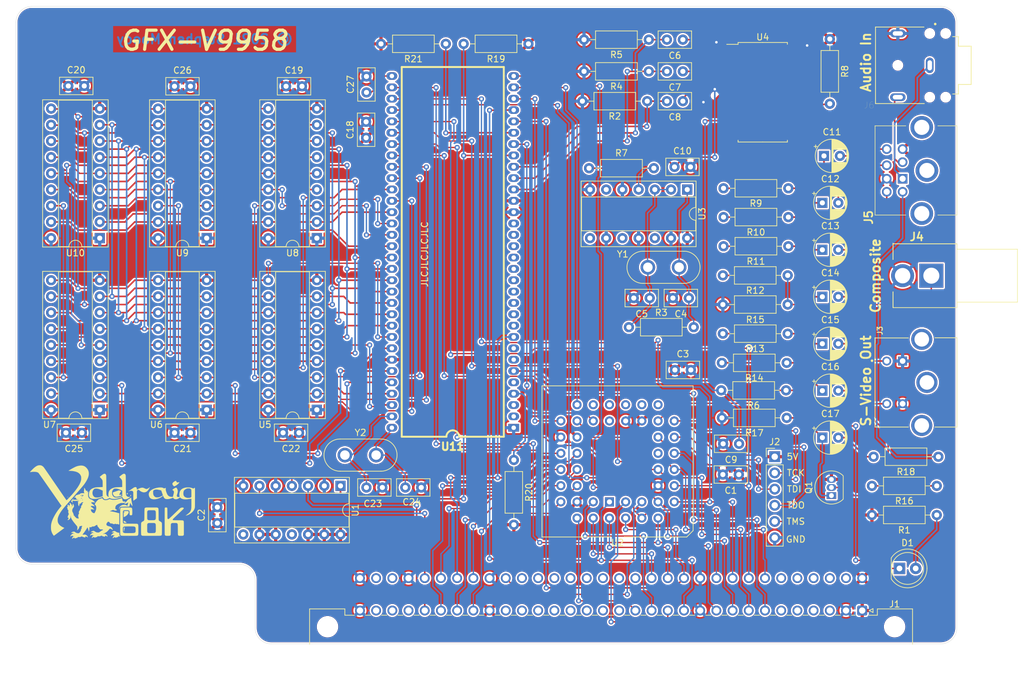
<source format=kicad_pcb>
(kicad_pcb (version 20211014) (generator pcbnew)
  (layers (0 "F.Cu" signal) (31 "B.Cu" signal) (34 "B.Paste" user) (35 "F.Paste" user) (36 "B.SilkS" user "B.Silkscreen") (37 "F.SilkS" user "F.Silkscreen") (38 "B.Mask" user) (39 "F.Mask" user) (44 "Edge.Cuts" user))
  (net 0 "")
  (net 1 "GND")
  (net 2 "+5V")
  (net 3 "Net-(C4-Pad1)")
  (net 4 "Net-(C5-Pad1)")
  (net 5 "/VDP/R")
  (net 6 "Net-(C6-Pad1)")
  (net 7 "/VDP/G")
  (net 8 "Net-(C7-Pad1)")
  (net 9 "/VDP/B")
  (net 10 "Net-(C8-Pad1)")
  (net 11 "Net-(C9-Pad1)")
  (net 12 "/Video/PAL_CLK")
  (net 13 "/Video/ROUT")
  (net 14 "Net-(C11-Pad1)")
  (net 15 "/Video/GOUT")
  (net 16 "Net-(C12-Pad1)")
  (net 17 "/Video/BOUT")
  (net 18 "Net-(C13-Pad1)")
  (net 19 "/Video/CVOUT")
  (net 20 "Net-(C14-Pad1)")
  (net 21 "/Video/YOUT")
  (net 22 "Net-(C15-Pad1)")
  (net 23 "/Video/COUT")
  (net 24 "Net-(C16-Pad1)")
  (net 25 "Net-(C17-Pad2)")
  (net 26 "Net-(C17-Pad1)")
  (net 27 "Net-(C23-Pad1)")
  (net 28 "Net-(C24-Pad1)")
  (net 29 "Net-(C27-Pad1)")
  (net 30 "Net-(D1-Pad2)")
  (net 31 "/LED")
  (net 34 "Net-(J1-PadC28)")
  (net 35 "/~{CS_DATA}")
  (net 36 "/~{RESET}")
  (net 37 "/~{UDS}")
  (net 38 "/CPU_CLK")
  (net 47 "/A6")
  (net 48 "/A4")
  (net 49 "/A2")
  (net 50 "/D7")
  (net 51 "/D5")
  (net 52 "/D3")
  (net 53 "/D1")
  (net 62 "Net-(J1-PadA28)")
  (net 63 "/~{CS_REG}")
  (net 64 "/R~{W}")
  (net 65 "/~{LDS}")
  (net 74 "/A7")
  (net 75 "/A5")
  (net 76 "/A3")
  (net 77 "/A1")
  (net 78 "/D6")
  (net 79 "/D4")
  (net 80 "/D2")
  (net 81 "/D0")
  (net 86 "Net-(J2-Pad4)")
  (net 87 "/Video/SYNCOUT")
  (net 88 "/Video/AUDIO_R")
  (net 89 "/Video/AUDIO_L")
  (net 90 "Net-(Q1-Pad2)")
  (net 91 "/VDP/~{CSYNC}")
  (net 92 "Net-(R7-Pad2)")
  (net 93 "Net-(R8-Pad2)")
  (net 94 "Net-(R9-Pad2)")
  (net 95 "Net-(R10-Pad2)")
  (net 96 "Net-(R11-Pad2)")
  (net 97 "Net-(R12-Pad2)")
  (net 98 "Net-(R13-Pad2)")
  (net 99 "Net-(R14-Pad2)")
  (net 100 "/~{IRQ}")
  (net 101 "Net-(R20-Pad1)")
  (net 102 "Net-(R21-Pad1)")
  (net 104 "/~{DTACK}")
  (net 106 "/~{VDPW}")
  (net 107 "/~{VDPR}")
  (net 110 "/~{WAIT}")
  (net 123 "/VDP/VD3")
  (net 124 "/VDP/VA4")
  (net 125 "/VDP/~{CAS0}")
  (net 126 "/VDP/VA5")
  (net 127 "/VDP/VD2")
  (net 128 "/VDP/VA6")
  (net 129 "/VDP/VA0")
  (net 130 "/VDP/~{RAS}")
  (net 131 "/VDP/VA1")
  (net 132 "/VDP/VR~{W}")
  (net 133 "/VDP/VA2")
  (net 134 "/VDP/VD1")
  (net 135 "/VDP/VA3")
  (net 136 "/VDP/VD0")
  (net 137 "/VDP/VA7")
  (net 138 "/VDP/~{CAS1}")
  (net 139 "/VDP/~{CASX}")
  (net 140 "/VDP/VD7")
  (net 141 "/VDP/VD6")
  (net 142 "/VDP/VD5")
  (net 143 "/VDP/VD4")
  (net 158 "Net-(J2-Pad5)")
  (net 159 "Net-(J2-Pad3)")
  (net 160 "Net-(J2-Pad2)")
  (footprint "Capacitor_THT:C_Disc_D5.0mm_W2.5mm_P2.50mm" (layer "F.Cu") (at 165.862 118.618 180)
    (fp_text reference "C9")
    (fp_text value "47pF")
  )
  (footprint "Capacitor_THT:CP_Radial_D5.0mm_P2.50mm" (layer "F.Cu") (at 179.1716 73.4568)
    (fp_text reference "C11")
    (fp_text value "220uF")
  )
  (footprint "Capacitor_THT:CP_Radial_D5.0mm_P2.50mm" (layer "F.Cu") (at 178.9176 80.8228)
    (fp_text reference "C12")
    (fp_text value "220uF")
  )
  (footprint "Capacitor_THT:CP_Radial_D5.0mm_P2.50mm" (layer "F.Cu") (at 178.9176 88.1888)
    (fp_text reference "C13")
    (fp_text value "220uF")
  )
  (footprint "Capacitor_THT:CP_Radial_D5.0mm_P2.50mm" (layer "F.Cu") (at 178.9176 95.5548)
    (fp_text reference "C14")
    (fp_text value "220uF")
  )
  (footprint "Capacitor_THT:CP_Radial_D5.0mm_P2.50mm" (layer "F.Cu") (at 178.9176 102.9208)
    (fp_text reference "C15")
    (fp_text value "220uF")
  )
  (footprint "Capacitor_THT:CP_Radial_D5.0mm_P2.50mm" (layer "F.Cu") (at 178.9176 110.2868)
    (fp_text reference "C16")
    (fp_text value "220uF")
  )
  (footprint "Capacitor_THT:CP_Radial_D5.0mm_P2.50mm" (layer "F.Cu") (at 178.9176 117.6528)
    (fp_text reference "C17")
    (fp_text value "220uF")
  )
  (footprint "Ddraig:MINI-DIN-4-TE_5749181-1" (layer "F.Cu") (at 191.5 108.99 -90)
    (fp_text reference "J3")
    (fp_text value "S-Video")
  )
  (footprint "Ddraig:KLPX0848A2RG" (layer "F.Cu") (at 196 92.25 180)
    (fp_text reference "J4")
    (fp_text value "Composite" hide)
  )
  (footprint "Ddraig:MINI-DIN-8-TE_57492681" (layer "F.Cu") (at 191.5 77.04 -90)
    (fp_text reference "J5")
    (fp_text value "RGB Video" hide)
  )
  (footprint "Package_TO_SOT_THT:TO-92_Inline" (layer "F.Cu") (at 180.34 126.746 90)
    (fp_text reference "Q1")
    (fp_text value "2N3904")
  )
  (footprint "Resistor_THT:R_Axial_DIN0207_L6.3mm_D2.5mm_P10.16mm_Horizontal" (layer "F.Cu") (at 173.228 110.236 180)
    (fp_text reference "R6")
    (fp_text value "2K2")
  )
  (footprint "Resistor_THT:R_Axial_DIN0207_L6.3mm_D2.5mm_P10.16mm_Horizontal" (layer "F.Cu") (at 180.086 55.118 -90)
    (fp_text reference "R8")
    (fp_text value "2K61")
  )
  (footprint "Resistor_THT:R_Axial_DIN0207_L6.3mm_D2.5mm_P10.16mm_Horizontal" (layer "F.Cu") (at 173.5836 78.5368 180)
    (fp_text reference "R9")
    (fp_text value "75R")
  )
  (footprint "Resistor_THT:R_Axial_DIN0207_L6.3mm_D2.5mm_P10.16mm_Horizontal" (layer "F.Cu") (at 173.5836 83.058 180)
    (fp_text reference "R10")
    (fp_text value "75R")
  )
  (footprint "Resistor_THT:R_Axial_DIN0207_L6.3mm_D2.5mm_P10.16mm_Horizontal" (layer "F.Cu") (at 173.5836 87.63 180)
    (fp_text reference "R11")
    (fp_text value "75R")
  )
  (footprint "Resistor_THT:R_Axial_DIN0207_L6.3mm_D2.5mm_P10.16mm_Horizontal" (layer "F.Cu") (at 173.482 92.202 180)
    (fp_text reference "R12")
    (fp_text value "43R")
  )
  (footprint "Resistor_THT:R_Axial_DIN0207_L6.3mm_D2.5mm_P10.16mm_Horizontal" (layer "F.Cu") (at 173.482 101.346 180)
    (fp_text reference "R13")
    (fp_text value "75R")
  )
  (footprint "Resistor_THT:R_Axial_DIN0207_L6.3mm_D2.5mm_P10.16mm_Horizontal" (layer "F.Cu") (at 173.3296 105.918 180)
    (fp_text reference "R14")
    (fp_text value "75R")
  )
  (footprint "Resistor_THT:R_Axial_DIN0207_L6.3mm_D2.5mm_P10.16mm_Horizontal" (layer "F.Cu") (at 173.482 96.774 180)
    (fp_text reference "R15")
    (fp_text value "240R")
  )
  (footprint "Resistor_THT:R_Axial_DIN0207_L6.3mm_D2.5mm_P10.16mm_Horizontal" (layer "F.Cu") (at 196.85 125.222 180)
    (fp_text reference "R16")
    (fp_text value "1K")
  )
  (footprint "Resistor_THT:R_Axial_DIN0207_L6.3mm_D2.5mm_P10.16mm_Horizontal" (layer "F.Cu") (at 173.3296 114.554 180)
    (fp_text reference "R17")
    (fp_text value "100R")
  )
  (footprint "Resistor_THT:R_Axial_DIN0207_L6.3mm_D2.5mm_P10.16mm_Horizontal" (layer "F.Cu") (at 197.104 120.65 180)
    (fp_text reference "R18")
    (fp_text value "220R")
  )
  (footprint "Resistor_THT:R_Axial_DIN0207_L6.3mm_D2.5mm_P10.16mm_Horizontal" (layer "F.Cu") (at 132.842 55.88 180)
    (fp_text reference "R19")
    (fp_text value "4K7")
  )
  (footprint "Resistor_THT:R_Axial_DIN0207_L6.3mm_D2.5mm_P10.16mm_Horizontal" (layer "F.Cu") (at 130.556 121.158 -90)
    (fp_text reference "R20")
    (fp_text value "4K7")
  )
  (footprint "Resistor_THT:R_Axial_DIN0207_L6.3mm_D2.5mm_P10.16mm_Horizontal" (layer "F.Cu") (at 119.888 55.88 180)
    (fp_text reference "R21")
    (fp_text value "4K7")
  )
  (footprint "Package_SO:SOP-24_7.5x15.4mm_P1.27mm" (layer "F.Cu") (at 169.5704 63.4746)
    (fp_text reference "U4")
    (fp_text value "CXA2075M")
  )
  (footprint "LED_THT:LED_D5.0mm_FlatTop" (layer "F.Cu") (at 191.008 138.176)
    (fp_text reference "D1")
    (fp_text value "Amber")
  )
  (footprint "Ddraig:DIN41612_C_2x32_Male_Horizontal_THT" (layer "F.Cu") (at 185.166 144.78 180)
    (fp_text reference "J1")
    (fp_text value "D68K_64PIN_BOARD")
  )
  (footprint "Resistor_THT:R_Axial_DIN0207_L6.3mm_D2.5mm_P10.16mm_Horizontal" (layer "F.Cu") (at 196.85 129.794 180)
    (fp_text reference "R1")
    (fp_text value "220R")
  )
  (footprint "Package_DIP:DIP-14_W7.62mm_Socket" (layer "F.Cu") (at 103.378 125.222 -90)
    (fp_text reference "U1")
    (fp_text value "74LS125")
  )
  (footprint "Capacitor_THT:C_Disc_D5.0mm_W2.5mm_P2.50mm" (layer "F.Cu") (at 84.074 131.064 90)
    (fp_text reference "C2")
    (fp_text value "100nF")
  )
  (footprint "Capacitor_THT:C_Disc_D5.0mm_W2.5mm_P2.50mm" (layer "F.Cu") (at 77.3576 62.5348)
    (fp_text reference "C26")
    (fp_text value "100nF")
  )
  (footprint "Capacitor_THT:C_Disc_D5.0mm_W2.5mm_P2.50mm" (layer "F.Cu") (at 62.8396 116.8908 180)
    (fp_text reference "C25")
    (fp_text value "100nF")
  )
  (footprint "Capacitor_THT:C_Disc_D5.0mm_W2.5mm_P2.50mm" (layer "F.Cu") (at 113.538 125.476)
    (fp_text reference "C24")
    (fp_text value "22pF")
  )
  (footprint "Capacitor_THT:C_Disc_D5.0mm_W2.5mm_P2.50mm" (layer "F.Cu") (at 96.8756 116.8908 180)
    (fp_text reference "C22")
    (fp_text value "100nF")
  )
  (footprint "Capacitor_THT:C_Disc_D5.0mm_W2.5mm_P2.50mm" (layer "F.Cu") (at 107.45 63.5 90)
    (fp_text reference "C27")
    (fp_text value "100nF")
  )
  (footprint "Capacitor_THT:C_Disc_D5.0mm_W2.5mm_P2.50mm" (layer "F.Cu") (at 79.8576 116.8908 180)
    (fp_text reference "C21")
    (fp_text value "100nF")
  )
  (footprint "Capacitor_THT:C_Disc_D5.0mm_W2.5mm_P2.50mm" (layer "F.Cu") (at 60.706 62.484)
    (fp_text reference "C20")
    (fp_text value "100nF")
  )
  (footprint "Capacitor_THT:C_Disc_D5.0mm_W2.5mm_P2.50mm" (layer "F.Cu") (at 94.8436 62.5348)
    (fp_text reference "C19")
    (fp_text value "100nF")
  )
  (footprint "Capacitor_THT:C_Disc_D5.0mm_W2.5mm_P2.50mm" (layer "F.Cu") (at 107.3912 70.612 90)
    (fp_text reference "C18")
    (fp_text value "100nF")
  )
  (footprint "Package_DIP:DIP-18_W7.62mm_Socket" (layer "F.Cu") (at 65.6336 113.284 180)
    (fp_text reference "U7")
    (fp_text value "41464")
  )
  (footprint "Package_DIP:DIP-18_W7.62mm_Socket" (layer "F.Cu") (at 65.6336 86.36 180)
    (fp_text reference "U10")
    (fp_text value "41464")
  )
  (footprint "Package_DIP:DIP-18_W7.62mm_Socket" (layer "F.Cu") (at 99.6696 113.284 180)
    (fp_text reference "U5")
    (fp_text value "41464")
  )
  (footprint "Package_DIP:DIP-18_W7.62mm_Socket" (layer "F.Cu") (at 99.6696 86.36 180)
    (fp_text reference "U8")
    (fp_text value "41464")
  )
  (footprint "Package_DIP:DIP-18_W7.62mm_Socket" (layer "F.Cu") (at 82.3976 86.36 180)
    (fp_text reference "U9")
    (fp_text value "41464")
  )
  (footprint "Crystal:Crystal_HC50_Vertical" (layer "F.Cu") (at 104.066 120.396)
    (fp_text reference "Y2")
    (fp_text value "21.443Mhz")
  )
  (footprint "Package_DIP:DIP-18_W7.62mm_Socket" (layer "F.Cu") (at 82.3976 113.284 180)
    (fp_text reference "U6")
    (fp_text value "41464")
  )
  (footprint "Capacitor_THT:C_Disc_D5.0mm_W2.5mm_P2.50mm" (layer "F.Cu") (at 157.0482 55.2196 180)
    (fp_text reference "C6")
    (fp_text value "100nF")
  )
  (footprint "Capacitor_THT:C_Disc_D5.0mm_W2.5mm_P2.50mm" (layer "F.Cu") (at 157.0482 64.8716 180)
    (fp_text reference "C8")
    (fp_text value "100nF")
  )
  (footprint "Resistor_THT:R_Axial_DIN0207_L6.3mm_D2.5mm_P10.16mm_Horizontal" (layer "F.Cu") (at 151.4602 64.8716 180)
    (fp_text reference "R2")
    (fp_text value "470R")
  )
  (footprint "Resistor_THT:R_Axial_DIN0207_L6.3mm_D2.5mm_P10.16mm_Horizontal" (layer "F.Cu") (at 151.7142 60.198 180)
    (fp_text reference "R4")
    (fp_text value "470R")
  )
  (footprint "Resistor_THT:R_Axial_DIN0207_L6.3mm_D2.5mm_P10.16mm_Horizontal" (layer "F.Cu") (at 151.7142 55.2196 180)
    (fp_text reference "R5")
    (fp_text value "470R")
  )
  (footprint "Capacitor_THT:C_Disc_D5.0mm_W2.5mm_P2.50mm" (layer "F.Cu") (at 155.742 75.184)
    (fp_text reference "C10")
    (fp_text value "5pF")
  )
  (footprint "Capacitor_THT:C_Disc_D5.0mm_W2.5mm_P2.50mm" (layer "F.Cu") (at 157.988 95.758 180)
    (fp_text reference "C4")
    (fp_text value "22pF")
  )
  (footprint "Capacitor_THT:C_Disc_D5.0mm_W2.5mm_P2.50mm" (layer "F.Cu") (at 151.852 95.758 180)
    (fp_text reference "C5")
    (fp_text value "22pF")
  )
  (footprint "Crystal:Crystal_HC50_Vertical" (layer "F.Cu") (at 151.564 90.932)
    (fp_text reference "Y1")
    (fp_text value "4.4336161875Mhz")
  )
  (footprint "Package_DIP:DIP-14_W7.62mm_Socket" (layer "F.Cu") (at 157.734 78.74 -90)
    (fp_text reference "U3")
    (fp_text value "74HCT04")
  )
  (footprint "Resistor_THT:R_Axial_DIN0207_L6.3mm_D2.5mm_P10.16mm_Horizontal" (layer "F.Cu") (at 142.3416 75.3872)
    (fp_text reference "R7")
    (fp_text value "2K2")
  )
  (footprint "Resistor_THT:R_Axial_DIN0207_L6.3mm_D2.5mm_P10.16mm_Horizontal" (layer "F.Cu") (at 158.75 100.33 180)
    (fp_text reference "R3")
    (fp_text value "4M7")
  )
  (footprint "Capacitor_THT:C_Disc_D5.0mm_W2.5mm_P2.50mm" (layer "F.Cu") (at 165.822 123.444 180)
    (fp_text reference "C1")
    (fp_text value "100nF")
  )
  (footprint "Package_LCC:PLCC-44_THT-Socket" (layer "F.Cu") (at 145.542 127.7366 180)
    (fp_text reference "U2")
    (fp_text value "XC9536PC44")
  )
  (footprint "Ddraig:DIP-64-V9958" (layer "F.Cu") (at 120.9802 88.514 90)
    (fp_text reference "U11")
    (fp_text value "V9958" hide)
  )
  (footprint "Ddraig:SWITCHCRAFT_35RAPC2BHN2" (layer "F.Cu") (at 194.75 59.25 180)
    (fp_text reference "J6")
    (fp_text value "Audio In")
  )
  (footprint "Connector_PinHeader_2.54mm:PinHeader_1x06_P2.54mm_Vertical" (layer "F.Cu") (at 171.45 120.65)
    (fp_text reference "J2")
    (fp_text value "JTAG")
  )
  (footprint "Capacitor_THT:C_Disc_D5.0mm_W2.5mm_P2.50mm" (layer "F.Cu") (at 157.0482 60.198 180)
    (fp_text reference "C7")
    (fp_text value "100nF")
  )
  (footprint "Capacitor_THT:C_Disc_D5.0mm_W2.5mm_P2.50mm" (layer "F.Cu") (at 107.442 125.476)
    (fp_text reference "C23")
    (fp_text value "22pF")
  )
  (footprint "Capacitor_THT:C_Disc_D5.0mm_W2.5mm_P2.50mm" (layer "F.Cu") (at 155.8036 107.0356)
    (fp_text reference "C3")
    (fp_text value "100nF")
  )
  (footprint "Ddraig:Ddraig68k-26mm" (layer "F.Cu") (at 67.818 127.508)
    (fp_text reference "G***" hide)
    (fp_text value "LOGO" hide)
  )
  (gr_line (start 52.5 132.5) (end 52.5 135) (layer "Edge.Cuts") (width 0.05))
  (gr_line (start 200 112.5) (end 200 107.5) (layer "Edge.Cuts") (width 0.05))
  (gr_line (start 200 107.5) (end 200 52.5) (layer "Edge.Cuts") (width 0.05))
  (gr_arc (start 87.5 137.5) (mid 89.267767 138.232233) (end 90 140) (layer "Edge.Cuts") (width 0.05))
  (gr_line (start 90 147.5) (end 90 140) (layer "Edge.Cuts") (width 0.05))
  (gr_arc (start 55 137.5) (mid 53.232233 136.767767) (end 52.5 135) (layer "Edge.Cuts") (width 0.05))
  (gr_line (start 55 50) (end 197.5 50) (layer "Edge.Cuts") (width 0.05))
  (gr_arc (start 52.5 52.5) (mid 53.232233 50.732233) (end 55 50) (layer "Edge.Cuts") (width 0.05))
  (gr_line (start 52.5 132.5) (end 52.5 52.5) (layer "Edge.Cuts") (width 0.05))
  (gr_line (start 87.5 137.5) (end 55 137.5) (layer "Edge.Cuts") (width 0.05))
  (gr_line (start 197.5 150) (end 92.5 150) (layer "Edge.Cuts") (width 0.05))
  (gr_line (start 200 147.5) (end 200 112.5) (layer "Edge.Cuts") (width 0.05))
  (gr_arc (start 92.5 150) (mid 90.732233 149.267767) (end 90 147.5) (layer "Edge.Cuts") (width 0.05))
  (gr_arc (start 197.5 50) (mid 199.267767 50.732233) (end 200 52.5) (layer "Edge.Cuts") (width 0.05))
  (gr_arc (start 200 147.5) (mid 199.267767 149.267767) (end 197.5 150) (layer "Edge.Cuts") (width 0.05))
  (gr_text "© 2021 Stephen Moody" (at 82.075 55.15) (layer "B.Cu") (effects (font (size 1.5 1.5) (thickness 0.3)) (justify mirror)))
  (gr_text "Composite" (at 187.25 92.25 90) (layer "F.SilkS") (effects (font (size 1.5 1.5) (thickness 0.3))))
  (gr_text "GFX-V9958" (at 82.042 55.372) (layer "F.SilkS") (effects (font (size 3 3) (thickness 0.5) italic)))
  (gr_text "TDO\n" (at 174.752 128.27) (layer "F.SilkS") (effects (font (size 1 1))))
  (gr_text "TMS" (at 174.752 130.81) (layer "F.SilkS") (effects (font (size 1 1))))
  (gr_text "JLCJLCJLCJLC" (at 116.586 88.9 90) (layer "F.SilkS") (effects (font (size 1 1))))
  (gr_text "S-Video Out" (at 185.75 108.75 90) (layer "F.SilkS") (effects (font (size 1.5 1.5) (thickness 0.3))))
  (gr_text "TDI\n" (at 174.498 125.73) (layer "F.SilkS") (effects (font (size 1 1))))
  (gr_text "Audio In" (at 185.75 58.75 90) (layer "F.SilkS") (effects (font (size 1.5 1.5) (thickness 0.3))))
  (gr_text "TCK" (at 174.752 123.19) (layer "F.SilkS") (effects (font (size 1 1))))
  (gr_text "5V\n" (at 174.244 120.65) (layer "F.SilkS") (effects (font (size 1 1))))
  (gr_text "GND\n" (at 174.752 133.604) (layer "F.SilkS") (effects (font (size 1 1))))
  (segment (start 174.2204 56.4896) (end 176.1744 56.4896) (width 0.25) (layer "F.Cu") (net 1))
  (segment (start 161.798 65.024) (end 160.274 65.024) (width 0.4) (layer "F.Cu") (net 1))
  (segment (start 162.7124 64.1096) (end 161.798 65.024) (width 0.4) (layer "F.Cu") (net 1))
  (segment (start 164.9204 64.1096) (end 162.7124 64.1096) (width 0.4) (layer "F.Cu") (net 1))
  (segment (start 163.1696 56.4896) (end 162.306 55.626) (width 0.25) (layer "F.Cu") (net 1))
  (segment (start 176.1744 56.4896) (end 176.53 56.134) (width 0.25) (layer "F.Cu") (net 1))
  (segment (start 164.9204 56.4896) (end 163.1696 56.4896) (width 0.25) (layer "F.Cu") (net 1))
  (via (at 176.53 56.134) (size 0.8) (drill 0.4) (layers "F.Cu" "B.Cu") (net 1))
  (via (at 162.306 55.626) (size 0.8) (drill 0.4) (layers "F.Cu" "B.Cu") (net 1))
  (via (at 160.274 65.024) (size 0.8) (drill 0.4) (layers "F.Cu" "B.Cu") (net 1))
  (segment (start 159.766 139.7) (end 159.766 144.78) (width 0.5) (layer "B.Cu") (net 1))
  (segment (start 159.766 139.7) (end 159.766 138.176) (width 0.5) (layer "B.Cu") (net 1))
  (segment (start 158.75 99.314) (end 157.988 98.552) (width 0.21) (layer "B.Cu") (net 3))
  (segment (start 156.464 92.456) (end 156.464 90.932) (width 0.21) (layer "B.Cu") (net 3))
  (segment (start 156.464 90.932) (end 156.464 82.042) (width 0.21) (layer "B.Cu") (net 3))
  (segment (start 156.464 82.042) (end 157.734 80.772) (width 0.21) (layer "B.Cu") (net 3))
  (segment (start 157.988 93.98) (end 156.464 92.456) (width 0.21) (layer "B.Cu") (net 3))
  (segment (start 158.75 100.33) (end 158.75 99.314) (width 0.21) (layer "B.Cu") (net 3))
  (segment (start 157.734 80.772) (end 157.734 78.74) (width 0.21) (layer "B.Cu") (net 3))
  (segment (start 157.988 98.552) (end 157.988 95.758) (width 0.21) (layer "B.Cu") (net 3))
  (segment (start 157.988 95.758) (end 157.988 93.98) (width 0.21) (layer "B.Cu") (net 3))
  (segment (start 151.564 93.652) (end 151.852 93.94) (width 0.21) (layer "B.Cu") (net 4))
  (segment (start 151.852 93.94) (end 151.852 95.758) (width 0.21) (layer "B.Cu") (net 4))
  (segment (start 151.852 97.068) (end 151.13 97.79) (width 0.21) (layer "B.Cu") (net 4))
  (segment (start 152.654 78.74) (end 155.194 78.74) (width 0.21) (layer "B.Cu") (net 4))
  (segment (start 151.511 82.423) (end 152.654 81.28) (width 0.21) (layer "B.Cu") (net 4))
  (segment (start 148.59 100.33) (end 151.13 97.79) (width 0.21) (layer "B.Cu") (net 4))
  (segment (start 151.852 95.758) (end 151.852 97.068) (width 0.21) (layer "B.Cu") (net 4))
  (segment (start 151.564 90.932) (end 151.564 93.652) (width 0.21) (layer "B.Cu") (net 4))
  (segment (start 151.13 97.79) (end 151.384 97.536) (width 0.21) (layer "B.Cu") (net 4))
  (segment (start 151.564 90.932) (end 151.511 90.879) (width 0.21) (layer "B.Cu") (net 4))
  (segment (start 152.654 81.28) (end 152.654 78.74) (width 0.21) (layer "B.Cu") (net 4))
  (segment (start 151.511 90.879) (end 151.511 82.423) (width 0.21) (layer "B.Cu") (net 4))
  (segment (start 140.97 69.85) (end 149.606 69.85) (width 0.25) (layer "F.Cu") (net 5))
  (segment (start 130.5306 76.944) (end 133.876 76.944) (width 0.25) (layer "F.Cu") (net 5))
  (segment (start 133.876 76.944) (end 140.97 69.85) (width 0.25) (layer "F.Cu") (net 5))
  (segment (start 151.7142 55.2196) (end 154.5482 55.2196) (width 0.25) (layer "F.Cu") (net 5))
  (via (at 149.606 69.85) (size 0.8) (drill 0.4) (layers "F.Cu" "B.Cu") (net 5))
  (segment (start 151.7142 55.2196) (end 149.606 57.3278) (width 0.25) (layer "B.Cu") (net 5))
  (segment (start 149.606 57.3278) (end 149.606 69.85) (width 0.25) (layer "B.Cu") (net 5))
  (segment (start 164.9204 57.7596) (end 161.3916 57.7596) (width 0.25) (layer "F.Cu") (net 6))
  (segment (start 158.8516 55.2196) (end 157.0482 55.2196) (width 0.25) (layer "F.Cu") (net 6))
  (segment (start 161.3916 57.7596) (end 158.8516 55.2196) (width 0.25) (layer "F.Cu") (net 6))
  (segment (start 141.224 71.12) (end 148.336 71.12) (width 0.25) (layer "F.Cu") (net 7))
  (segment (start 154.5482 60.198) (end 151.7142 60.198) (width 0.25) (layer "F.Cu") (net 7))
  (segment (start 133.62 78.724) (end 141.224 71.12) (width 0.25) (layer "F.Cu") (net 7))
  (segment (start 148.336 60.198) (end 151.5618 60.198) (width 0.25) (layer "F.Cu") (net 7))
  (segment (start 130.5306 78.724) (end 133.62 78.724) (width 0.25) (layer "F.Cu") (net 7))
  (via (at 148.336 60.198) (size 0.8) (drill 0.4) (layers "F.Cu" "B.Cu") (net 7))
  (via (at 148.336 71.12) (size 0.8) (drill 0.4) (layers "F.Cu" "B.Cu") (net 7))
  (segment (start 148.336 71.12) (end 148.336 60.198) (width 0.25) (layer "B.Cu") (net 7))
  (segment (start 160.1724 59.0296) (end 159.004 60.198) (width 0.25) (layer "F.Cu") (net 8))
  (segment (start 164.9204 59.0296) (end 160.1724 59.0296) (width 0.25) (layer "F.Cu") (net 8))
  (segment (start 159.004 60.198) (end 157.0482 60.198) (width 0.25) (layer "F.Cu") (net 8))
  (segment (start 130.5306 75.164) (end 134.132 75.164) (width 0.25) (layer "F.Cu") (net 9))
  (segment (start 134.132 75.164) (end 140.462 68.834) (width 0.25) (layer "F.Cu") (net 9))
  (segment (start 140.462 68.834) (end 151.384014 68.834) (width 0.25) (layer "F.Cu") (net 9))
  (segment (start 151.4602 64.8716) (end 154.5482 64.8716) (width 0.25) (layer "F.Cu") (net 9))
  (via (at 151.384014 68.834) (size 0.8) (drill 0.4) (layers "F.Cu" "B.Cu") (net 9))
  (segment (start 151.4602 68.757814) (end 151.384014 68.834) (width 0.25) (layer "B.Cu") (net 9))
  (segment (start 151.4602 64.8716) (end 151.4602 68.757814) (width 0.25) (layer "B.Cu") (net 9))
  (segment (start 161.1884 60.2996) (end 157.0482 64.4398) (width 0.25) (layer "F.Cu") (net 10))
  (segment (start 164.9204 60.2996) (end 161.1884 60.2996) (width 0.25) (layer "F.Cu") (net 10))
  (segment (start 157.0482 64.4398) (end 157.0482 64.8716) (width 0.25) (layer "F.Cu") (net 10))
  (segment (start 164.9204 67.9196) (end 160.6804 67.9196) (width 0.25) (layer "F.Cu") (net 11))
  (segment (start 160.6804 67.9196) (end 160.528 68.072) (width 0.25) (layer "F.Cu") (net 11))
  (via (at 160.528 68.072) (size 0.8) (drill 0.4) (layers "F.Cu" "B.Cu") (net 11))
  (segment (start 165.862 113.03) (end 165.862 118.618) (width 0.25) (layer "B.Cu") (net 11))
  (segment (start 161.798 110.236) (end 163.068 110.236) (width 0.25) (layer "B.Cu") (net 11))
  (segment (start 160.528 108.966) (end 161.798 110.236) (width 0.25) (layer "B.Cu") (net 11))
  (segment (start 160.528 68.072) (end 160.528 108.966) (width 0.25) (layer "B.Cu") (net 11))
  (segment (start 163.068 110.236) (end 165.862 113.03) (width 0.25) (layer "B.Cu") (net 11))
  (segment (start 147.3708 75.3872) (end 148.844 73.914) (width 0.25) (layer "F.Cu") (net 12))
  (segment (start 163.068 62.992) (end 163.195 62.865) (width 0.25) (layer "F.Cu") (net 12))
  (segment (start 162.052 62.992) (end 163.068 62.992) (width 0.25) (layer "F.Cu") (net 12))
  (segment (start 163.2204 62.8396) (end 163.195 62.865) (width 0.25) (layer "F.Cu") (net 12))
  (segment (start 154.472 73.914) (end 155.742 75.184) (width 0.25) (layer "F.Cu") (net 12))
  (segment (start 148.844 73.914) (end 154.472 73.914) (width 0.25) (layer "F.Cu") (net 12))
  (segment (start 155.742 75.184) (end 157.266 73.66) (width 0.25) (layer "F.Cu") (net 12))
  (segment (start 164.9204 62.8396) (end 163.2204 62.8396) (width 0.25) (layer "F.Cu") (net 12))
  (segment (start 142.3416 75.3872) (end 147.3708 75.3872) (width 0.25) (layer "F.Cu") (net 12))
  (segment (start 157.266 73.66) (end 162.051988 73.66) (width 0.25) (layer "F.Cu") (net 12))
  (via (at 162.052 62.992) (size 0.8) (drill 0.4) (layers "F.Cu" "B.Cu") (net 12))
  (via (at 162.051988 73.66) (size 0.8) (drill 0.4) (layers "F.Cu" "B.Cu") (net 12))
  (segment (start 162.052 64.77) (end 162.052 73.659988) (width 0.25) (layer "B.Cu") (net 12))
  (segment (start 162.052 64.008) (end 162.052 64.77) (width 0.25) (layer "B.Cu") (net 12))
  (segment (start 162.052 64.77) (end 162.052 62.992) (width 0.25) (layer "B.Cu") (net 12))
  (segment (start 162.052 73.659988) (end 162.051988 73.66) (width 0.25) (layer "B.Cu") (net 12))
  (segment (start 185.42 72.39) (end 189.01 72.39) (width 0.25) (layer "F.Cu") (net 13))
  (segment (start 181.6716 73.4568) (end 184.3532 73.4568) (width 0.25) (layer "F.Cu") (net 13))
  (segment (start 184.3532 73.4568) (end 185.42 72.39) (width 0.25) (layer "F.Cu") (net 13))
  (segment (start 175.7172 78.5368) (end 179.1716 75.0824) (width 0.25) (layer "F.Cu") (net 14))
  (segment (start 173.5836 78.5368) (end 175.7172 78.5368) (width 0.25) (layer "F.Cu") (net 14))
  (segment (start 179.1716 75.0824) (end 179.1716 73.4568) (width 0.25) (layer "F.Cu") (net 14))
  (segment (start 181.4176 79.1864) (end 185.674 74.93) (width 0.25) (layer "F.Cu") (net 15))
  (segment (start 185.674 74.93) (end 189.01 74.93) (width 0.25) (layer "F.Cu") (net 15))
  (segment (start 181.4176 80.8228) (end 181.4176 79.1864) (width 0.25) (layer "F.Cu") (net 15))
  (segment (start 175.006 83.058) (end 177.2412 80.8228) (width 0.25) (layer "F.Cu") (net 16))
  (segment (start 177.2412 80.8228) (end 178.9176 80.8228) (width 0.25) (layer "F.Cu") (net 16))
  (segment (start 173.5836 83.058) (end 175.006 83.058) (width 0.25) (layer "F.Cu") (net 16))
  (segment (start 187.1472 88.1888) (end 189.01 86.326) (width 0.25) (layer "F.Cu") (net 17))
  (segment (start 181.4176 88.1888) (end 187.1472 88.1888) (width 0.25) (layer "F.Cu") (net 17))
  (segment (start 189.01 86.326) (end 189.01 79.09) (width 0.25) (layer "F.Cu") (net 17))
  (segment (start 178.9176 88.1888) (end 177.5968 88.1888) (width 0.25) (layer "F.Cu") (net 18))
  (segment (start 177.5968 88.1888) (end 177.038 87.63) (width 0.25) (layer "F.Cu") (net 18))
  (segment (start 173.5836 87.63) (end 177.038 87.63) (width 0.25) (layer "F.Cu") (net 18))
  (segment (start 184.7088 95.5548) (end 185.928 96.774) (width 0.25) (layer "F.Cu") (net 19))
  (segment (start 181.4176 95.5548) (end 184.7088 95.5548) (width 0.25) (layer "F.Cu") (net 19))
  (segment (start 185.928 96.774) (end 195.326 96.774) (width 0.25) (layer "F.Cu") (net 19))
  (segment (start 195.326 96.774) (end 196 96.1) (width 0.25) (layer "F.Cu") (net 19))
  (segment (start 196 96.1) (end 196 92.25) (width 0.25) (layer "F.Cu") (net 19))
  (segment (start 176.4792 95.5548) (end 178.9176 95.5548) (width 0.25) (layer "F.Cu") (net 20))
  (segment (start 173.482 96.774) (end 175.26 96.774) (width 0.25) (layer "F.Cu") (net 20))
  (segment (start 175.26 96.774) (end 176.4792 95.5548) (width 0.25) (layer "F.Cu") (net 20))
  (segment (start 173.482 92.202) (end 173.482 96.774) (width 0.25) (layer "B.Cu") (net 20))
  (segment (start 183.1848 102.9208) (end 185.904 105.64) (width 0.25) (layer "F.Cu") (net 21))
  (segment (start 181.4176 102.9208) (end 183.1848 102.9208) (width 0.25) (layer "F.Cu") (net 21))
  (segment (start 185.904 105.64) (end 189.01 105.64) (width 0.25) (layer "F.Cu") (net 21))
  (segment (start 176.5808 102.9208) (end 178.9176 102.9208) (width 0.25) (layer "F.Cu") (net 22))
  (segment (start 173.482 101.346) (end 175.006 101.346) (width 0.25) (layer "F.Cu") (net 22))
  (segment (start 175.006 101.346) (end 176.5808 102.9208) (width 0.25) (layer "F.Cu") (net 22))
  (segment (start 184.2008 110.2868) (end 186.254 112.34) (width 0.25) (layer "F.Cu") (net 23))
  (segment (start 181.4176 110.2868) (end 184.2008 110.2868) (width 0.25) (layer "F.Cu") (net 23))
  (segment (start 186.254 112.34) (end 189.01 112.34) (width 0.25) (layer "F.Cu") (net 23))
  (segment (start 174.5488 105.918) (end 178.9176 110.2868) (width 0.25) (layer "F.Cu") (net 24))
  (segment (start 173.3296 105.918) (end 174.5488 105.918) (width 0.25) (layer "F.Cu") (net 24))
  (segment (start 185.674 120.65) (end 182.6768 117.6528) (width 0.25) (layer "F.Cu") (net 25))
  (segment (start 186.944 120.65) (end 185.674 120.65) (width 0.25) (layer "F.Cu") (net 25))
  (segment (start 182.6768 117.6528) (end 181.4176 117.6528) (width 0.25) (layer "F.Cu") (net 25))
  (segment (start 175.8188 114.554) (end 178.9176 117.6528) (width 0.25) (layer "F.Cu") (net 26))
  (segment (start 173.3296 114.554) (end 175.8188 114.554) (width 0.25) (layer "F.Cu") (net 26))
  (segment (start 178.562 121.92) (end 178.562 126.492) (width 0.25) (layer "B.Cu") (net 26))
  (segment (start 178.562 126.492) (end 178.816 126.746) (width 0.25) (layer "B.Cu") (net 26))
  (segment (start 178.816 126.746) (end 180.34 126.746) (width 0.25) (layer "B.Cu") (net 26))
  (segment (start 178.9176 117.6528) (end 178.9176 121.5644) (width 0.25) (layer "B.Cu") (net 26))
  (segment (start 178.9176 121.5644) (end 178.562 121.92) (width 0.25) (layer "B.Cu") (net 26))
  (segment (start 107.442 123.772) (end 104.066 120.396) (width 0.21) (layer "B.Cu") (net 27))
  (segment (start 105.156 120.396) (end 104.066 120.396) (width 0.21) (layer "B.Cu") (net 27))
  (segment (start 107.442 125.476) (end 107.442 123.772) (width 0.21) (layer "B.Cu") (net 27))
  (segment (start 109.704 114.324) (end 108.204 115.824) (width 0.21) (layer "B.Cu") (net 27))
  (segment (start 108.204 115.824) (end 108.204 117.348) (width 0.21) (layer "B.Cu") (net 27))
  (segment (start 111.4298 114.324) (end 109.704 114.324) (width 0.21) (layer "B.Cu") (net 27))
  (segment (start 108.204 117.348) (end 105.156 120.396) (width 0.21) (layer "B.Cu") (net 27))
  (segment (start 113.538 125.476) (end 113.538 123.444) (width 0.21) (layer "B.Cu") (net 28))
  (segment (start 111.4298 116.4082) (end 108.966 118.872) (width 0.21) (layer "B.Cu") (net 28))
  (segment (start 108.966 118.872) (end 108.966 120.396) (width 0.21) (layer "B.Cu") (net 28))
  (segment (start 111.4298 116.104) (end 111.4298 116.4082) (width 0.21) (layer "B.Cu") (net 28))
  (segment (start 110.49 120.396) (end 108.966 120.396) (width 0.21) (layer "B.Cu") (net 28))
  (segment (start 113.538 123.444) (end 110.49 120.396) (width 0.21) (layer "B.Cu") (net 28))
  (segment (start 110.272 60.924) (end 111.4298 60.924) (width 0.21) (layer "F.Cu") (net 29))
  (segment (start 107.45 63.5) (end 108.204 63.5) (width 0.21) (layer "F.Cu") (net 29))
  (segment (start 109.728 61.976) (end 109.728 61.468) (width 0.21) (layer "F.Cu") (net 29))
  (segment (start 108.204 63.5) (end 109.728 61.976) (width 0.21) (layer "F.Cu") (net 29))
  (segment (start 109.728 61.468) (end 110.272 60.924) (width 0.21) (layer "F.Cu") (net 29))
  (segment (start 196.85 132.08) (end 196.85 129.794) (width 0.25) (layer "B.Cu") (net 30))
  (segment (start 193.548 135.382) (end 196.85 132.08) (width 0.25) (layer "B.Cu") (net 30))
  (segment (start 193.548 138.176) (end 193.548 135.382) (width 0.25) (layer "B.Cu") (net 30))
  (segment (start 155.9306 112.268) (end 175.26 112.268) (width 0.21) (layer "F.Cu") (net 31))
  (segment (start 153.162 115.0366) (end 155.9306 112.268) (width 0.21) (layer "F.Cu") (net 31))
  (segment (start 188.214 138.176) (end 191.008 138.176) (width 0.21) (layer "F.Cu") (net 31))
  (segment (start 178.816 115.824) (end 184.15 115.824) (width 0.21) (layer "F.Cu") (net 31))
  (segment (start 184.15 136.906) (end 186.944 136.906) (width 0.21) (layer "F.Cu") (net 31))
  (segment (start 175.26 112.268) (end 178.816 115.824) (width 0.21) (layer "F.Cu") (net 31))
  (segment (start 186.944 136.906) (end 188.214 138.176) (width 0.21) (layer "F.Cu") (net 31))
  (via (at 184.15 136.906) (size 0.8) (drill 0.4) (layers "F.Cu" "B.Cu") (net 31))
  (via (at 184.15 115.824) (size 0.8) (drill 0.4) (layers "F.Cu" "B.Cu") (net 31))
  (segment (start 184.15 115.824) (end 184.15 136.906) (width 0.21) (layer "B.Cu") (net 31))
  (segment (start 116.586 139.7) (end 116.586 129.54) (width 0.25) (layer "F.Cu") (net 34))
  (segment (start 90.678 129.54) (end 90.678 125.222) (width 0.25) (layer "F.Cu") (net 34))
  (via (at 90.678 129.54) (size 0.8) (drill 0.4) (layers "F.Cu" "B.Cu") (net 34))
  (via (at 116.586 129.54) (size 0.8) (drill 0.4) (layers "F.Cu" "B.Cu") (net 34))
  (segment (start 116.586 129.54) (end 90.678 129.54) (width 0.25) (layer "B.Cu") (net 34))
  (segment (start 125.984 126.238) (end 123.444 128.778) (width 0.21) (layer "F.Cu") (net 35))
  (segment (start 139.1666 123.952) (end 135.89 123.952) (width 0.21) (layer "F.Cu") (net 35))
  (segment (start 123.444 128.778) (end 120.396004 128.778) (width 0.21) (layer "F.Cu") (net 35))
  (segment (start 135.89 123.952) (end 133.604 126.238) (width 0.21) (layer "F.Cu") (net 35))
  (segment (start 133.604 126.238) (end 125.984 126.238) (width 0.21) (layer "F.Cu") (net 35))
  (segment (start 140.462 122.6566) (end 139.1666 123.952) (width 0.21) (layer "F.Cu") (net 35))
  (via (at 120.396004 128.778) (size 0.8) (drill 0.4) (layers "F.Cu" "B.Cu") (net 35))
  (segment (start 120.396004 134.619996) (end 120.396004 128.778) (width 0.21) (layer "B.Cu") (net 35))
  (segment (start 119.126 139.7) (end 119.126 135.89) (width 0.21) (layer "B.Cu") (net 35))
  (segment (start 119.126 135.89) (end 120.396004 134.619996) (width 0.21) (layer "B.Cu") (net 35))
  (segment (start 140.462 120.1166) (end 140.462 120.396) (width 0.21) (layer "F.Cu") (net 36))
  (segment (start 128.524 123.952) (end 128.778 123.952) (width 0.25) (layer "F.Cu") (net 36))
  (segment (start 134.112 121.412) (end 131.572 123.952) (width 0.21) (layer "F.Cu") (net 36))
  (segment (start 140.462 120.1166) (end 139.1666 121.412) (width 0.21) (layer "F.Cu") (net 36))
  (segment (start 131.572 123.952) (end 128.524 123.952) (width 0.21) (layer "F.Cu") (net 36))
  (segment (start 128.016 123.952) (end 128.524 123.952) (width 0.25) (layer "F.Cu") (net 36))
  (segment (start 128.778 123.952) (end 120.65 123.952) (width 0.25) (layer "F.Cu") (net 36))
  (segment (start 139.1666 121.412) (end 134.112 121.412) (width 0.21) (layer "F.Cu") (net 36))
  (via (at 120.65 123.952) (size 0.8) (drill 0.4) (layers "F.Cu" "B.Cu") (net 36))
  (via (at 128.016 123.952) (size 0.8) (drill 0.4) (layers "F.Cu" "B.Cu") (net 36))
  (segment (start 121.666 130.048) (end 121.666 139.7) (width 0.25) (layer "B.Cu") (net 36))
  (segment (start 120.65 123.952) (end 120.65 127) (width 0.25) (layer "B.Cu") (net 36))
  (segment (start 120.65 127) (end 121.666 128.016) (width 0.25) (layer "B.Cu") (net 36))
  (segment (start 121.666 128.016) (end 121.666 130.048) (width 0.25) (layer "B.Cu") (net 36))
  (segment (start 128.016 102.616) (end 128.016 123.952) (width 0.25) (layer "B.Cu") (net 36))
  (segment (start 130.5306 101.864) (end 129.022 101.864) (width 0.25) (layer "B.Cu") (net 36))
  (segment (start 128.768 101.864) (end 128.016 102.616) (width 0.25) (layer "B.Cu") (net 36))
  (segment (start 129.022 101.864) (end 128.768 101.864) (width 0.25) (layer "B.Cu") (net 36))
  (segment (start 139.1666 126.492) (end 136.906 126.492) (width 0.21) (layer "F.Cu") (net 37))
  (segment (start 134.874 128.524) (end 127.254 128.524) (width 0.21) (layer "F.Cu") (net 37))
  (segment (start 127.254 128.524) (end 124.206 131.572) (width 0.21) (layer "F.Cu") (net 37))
  (segment (start 140.462 125.1966) (end 139.1666 126.492) (width 0.21) (layer "F.Cu") (net 37))
  (segment (start 136.906 126.492) (end 134.874 128.524) (width 0.21) (layer "F.Cu") (net 37))
  (via (at 124.206 131.572) (size 0.8) (drill 0.4) (layers "F.Cu" "B.Cu") (net 37))
  (segment (start 124.206 131.572) (end 124.206 139.7) (width 0.21) (layer "B.Cu") (net 37))
  (segment (start 129.286 139.7) (end 131.826 142.24) (width 0.21) (layer "F.Cu") (net 38))
  (segment (start 131.826 142.24) (end 148.336 142.24) (width 0.21) (layer "F.Cu") (net 38))
  (via (at 148.336 142.24) (size 0.8) (drill 0.4) (layers "F.Cu" "B.Cu") (net 38))
  (segment (start 149.352 136.525) (end 148.336 137.541) (width 0.21) (layer "B.Cu") (net 38))
  (segment (start 148.336 137.541) (end 148.336 142.24) (width 0.21) (layer "B.Cu") (net 38))
  (segment (start 149.352 129.0066) (end 149.352 136.525) (width 0.21) (layer "B.Cu") (net 38))
  (segment (start 150.622 127.7366) (end 149.352 129.0066) (width 0.21) (layer "B.Cu") (net 38))
  (segment (start 143.002 135.89) (end 152.146 135.89) (width 0.21) (layer "F.Cu") (net 47))
  (via (at 152.146 135.89) (size 0.8) (drill 0.4) (layers "F.Cu" "B.Cu") (net 47))
  (via (at 143.002 135.89) (size 0.8) (drill 0.4) (layers "F.Cu" "B.Cu") (net 47))
  (segment (start 143.002 130.2766) (end 143.002 135.89) (width 0.21) (layer "B.Cu") (net 47))
  (segment (start 152.146 135.89) (end 152.146 139.7) (width 0.21) (layer "B.Cu") (net 47))
  (segment (start 145.542 134.874) (end 154.686 134.874) (width 0.21) (layer "F.Cu") (net 48))
  (via (at 145.542 134.874) (size 0.8) (drill 0.4) (layers "F.Cu" "B.Cu") (net 48))
  (via (at 154.686 134.874) (size 0.8) (drill 0.4) (layers "F.Cu" "B.Cu") (net 48))
  (segment (start 154.686 134.874) (end 154.686 139.7) (width 0.21) (layer "B.Cu") (net 48))
  (segment (start 145.542 130.2766) (end 145.542 134.874) (width 0.21) (layer "B.Cu") (net 48))
  (segment (start 130.5306 68.044) (end 135.608 68.044) (width 0.25) (layer "F.Cu") (net 49))
  (segment (start 157.226 139.7) (end 155.702 141.224) (width 0.25) (layer "F.Cu") (net 49))
  (segment (start 155.956 132.08) (end 148.082 132.08) (width 0.21) (layer "F.Cu") (net 49))
  (segment (start 155.702 141.224) (end 135.636 141.224) (width 0.25) (layer "F.Cu") (net 49))
  (via (at 155.956 132.08) (size 0.8) (drill 0.4) (layers "F.Cu" "B.Cu") (net 49))
  (via (at 135.636 141.224) (size 0.8) (drill 0.4) (layers "F.Cu" "B.Cu") (net 49))
  (via (at 148.082 132.08) (size 0.8) (drill 0.4) (layers "F.Cu" "B.Cu") (net 49))
  (via (at 135.608 68.044) (size 0.8) (drill 0.4) (layers "F.Cu" "B.Cu") (net 49))
  (segment (start 155.956 136.398) (end 155.956 132.08) (width 0.21) (layer "B.Cu") (net 49))
  (segment (start 157.226 139.7) (end 157.226 137.668) (width 0.21) (layer "B.Cu") (net 49))
  (segment (start 157.226 137.668) (end 155.956 136.398) (width 0.21) (layer "B.Cu") (net 49))
  (segment (start 135.608 141.196) (end 135.636 141.224) (width 0.25) (layer "B.Cu") (net 49))
  (segment (start 135.608 68.044) (end 135.608 141.196) (width 0.25) (layer "B.Cu") (net 49))
  (segment (start 148.082 132.08) (end 148.082 130.2766) (width 0.21) (layer "B.Cu") (net 49))
  (segment (start 150.622 130.2766) (end 149.352 129.0066) (width 0.21) (layer "F.Cu") (net 50))
  (segment (start 149.352 129.0066) (end 149.352 126.238) (width 0.21) (layer "F.Cu") (net 50))
  (segment (start 148.59 125.476) (end 149.352 126.238) (width 0.21) (layer "F.Cu") (net 50))
  (segment (start 150.622 130.2766) (end 151.8666 129.032) (width 0.21) (layer "F.Cu") (net 50))
  (segment (start 140.462 62.484) (end 138.902 60.924) (width 0.21) (layer "F.Cu") (net 50))
  (segment (start 143.002 125.476) (end 148.59 125.476) (width 0.21) (layer "F.Cu") (net 50))
  (segment (start 138.902 60.924) (end 130.5306 60.924) (width 0.21) (layer "F.Cu") (net 50))
  (segment (start 144.018 62.484) (end 140.462 62.484) (width 0.21) (layer "F.Cu") (net 50))
  (segment (start 151.8666 129.032) (end 162.306 129.032) (width 0.21) (layer "F.Cu") (net 50))
  (via (at 143.002 125.476) (size 0.8) (drill 0.4) (layers "F.Cu" "B.Cu") (net 50))
  (via (at 144.018 62.484) (size 0.8) (drill 0.4) (layers "F.Cu" "B.Cu") (net 50))
  (via (at 162.306 129.032) (size 0.8) (drill 0.4) (layers "F.Cu" "B.Cu") (net 50))
  (segment (start 144.272 116.84) (end 144.272 88.9) (width 0.21) (layer "B.Cu") (net 50))
  (segment (start 143.002 118.11) (end 144.272 116.84) (width 0.21) (layer "B.Cu") (net 50))
  (segment (start 143.764 76.962) (end 144.018 76.708) (width 0.21) (layer "B.Cu") (net 50))
  (segment (start 143.764 88.392) (end 143.764 76.962) (width 0.21) (layer "B.Cu") (net 50))
  (segment (start 162.306 136.652) (end 162.306 139.7) (width 0.21) (layer "B.Cu") (net 50))
  (segment (start 143.002 125.476) (end 143.002 118.11) (width 0.21) (layer "B.Cu") (net 50))
  (segment (start 144.018 76.708) (end 144.018 62.484) (width 0.21) (layer "B.Cu") (net 50))
  (segment (start 144.272 88.9) (end 143.764 88.392) (width 0.21) (layer "B.Cu") (net 50))
  (segment (start 162.306 129.032) (end 162.306 136.652) (width 0.21) (layer "B.Cu") (net 50))
  (segment (start 162.3314 127.7366) (end 164.8206 127.7366) (width 0.21) (layer "F.Cu") (net 51))
  (segment (start 129.883417 102.761999) (end 125.621999 102.761999) (width 0.21) (layer "F.Cu") (net 51))
  (segment (start 164.8206 127.7366) (end 164.846 127.762) (width 0.21) (layer "F.Cu") (net 51))
  (segment (start 111.4618 64.516) (end 111.4298 64.484) (width 0.21) (layer "F.Cu") (net 51))
  (segment (start 131.155264 102.73948) (end 129.905936 102.73948) (width 0.21) (layer "F.Cu") (net 51))
  (segment (start 153.162 102.362) (end 152.762001 102.761999) (width 0.21) (layer "F.Cu") (net 51))
  (segment (start 125.476 64.516) (end 111.4618 64.516) (width 0.21) (layer "F.Cu") (net 51))
  (segment (start 155.702 127.7366) (end 161.2646 127.7366) (width 0.21) (layer "F.Cu") (net 51))
  (segment (start 152.762001 102.761999) (end 131.177783 102.761999) (width 0.21) (layer "F.Cu") (net 51))
  (segment (start 129.905936 102.73948) (end 129.883417 102.761999) (width 0.21) (layer "F.Cu") (net 51))
  (segment (start 131.177783 102.761999) (end 131.155264 102.73948) (width 0.21) (layer "F.Cu") (net 51))
  (segment (start 162.3314 127.7366) (end 161.2646 127.7366) (width 0.21) (layer "F.Cu") (net 51))
  (segment (start 125.621999 102.761999) (end 125.476 102.616) (width 0.21) (layer "F.Cu") (net 51))
  (via (at 153.162 102.362) (size 0.8) (drill 0.4) (layers "F.Cu" "B.Cu") (net 51))
  (via (at 161.2646 127.7366) (size 0.8) (drill 0.4) (layers "F.Cu" "B.Cu") (net 51))
  (via (at 125.476 102.616) (size 0.8) (drill 0.4) (layers "F.Cu" "B.Cu") (net 51))
  (via (at 164.846 127.762) (size 0.8) (drill 0.4) (layers "F.Cu" "B.Cu") (net 51))
  (via (at 125.476 64.516) (size 0.8) (drill 0.4) (layers "F.Cu" "B.Cu") (net 51))
  (segment (start 161.2646 127.7366) (end 161.2646 111.2266) (width 0.21) (layer "B.Cu") (net 51))
  (segment (start 153.924 109.728) (end 153.162 108.966) (width 0.21) (layer "B.Cu") (net 51))
  (segment (start 159.766 109.728) (end 153.924 109.728) (width 0.21) (layer "B.Cu") (net 51))
  (segment (start 164.846 127.762) (end 164.846 139.7) (width 0.21) (layer "B.Cu") (net 51))
  (segment (start 153.162 108.966) (end 153.162 102.362) (width 0.21) (layer "B.Cu") (net 51))
  (segment (start 125.476 89.662) (end 125.476 64.516) (width 0.21) (layer "B.Cu") (net 51))
  (segment (start 161.2646 111.2266) (end 159.766 109.728) (width 0.21) (layer "B.Cu") (net 51))
  (segment (start 125.476 102.616) (end 125.476 89.662) (width 0.21) (layer "B.Cu") (net 51))
  (segment (start 133.01599 104.47401) (end 120.82399 104.47401) (width 0.21) (layer "F.Cu") (net 52))
  (segment (start 120.82399 104.47401) (end 120.65 104.648) (width 0.21) (layer "F.Cu") (net 52))
  (segment (start 133.858 103.632) (end 133.01599 104.47401) (width 0.21) (layer "F.Cu") (net 52))
  (segment (start 167.386 103.632) (end 133.858 103.632) (width 0.21) (layer "F.Cu") (net 52))
  (segment (start 121.158 68.072) (end 111.4578 68.072) (width 0.21) (layer "F.Cu") (net 52))
  (segment (start 167.3606 125.1966) (end 167.386 125.222) (width 0.21) (layer "F.Cu") (net 52))
  (segment (start 155.702 125.1966) (end 167.3606 125.1966) (width 0.21) (layer "F.Cu") (net 52))
  (segment (start 111.4578 68.072) (end 111.4298 68.044) (width 0.21) (layer "F.Cu") (net 52))
  (via (at 167.386 125.222) (size 0.8) (drill 0.4) (layers "F.Cu" "B.Cu") (net 52))
  (via (at 121.158 68.072) (size 0.8) (drill 0.4) (layers "F.Cu" "B.Cu") (net 52))
  (via (at 120.65 104.648) (size 0.8) (drill 0.4) (layers "F.Cu" "B.Cu") (net 52))
  (via (at 167.386 103.632) (size 0.8) (drill 0.4) (layers "F.Cu" "B.Cu") (net 52))
  (segment (start 120.65 71.374) (end 121.158 70.866) (width 0.21) (layer "B.Cu") (net 52))
  (segment (start 167.386 127) (end 167.386 103.632) (width 0.21) (layer "B.Cu") (net 52))
  (segment (start 167.386 125.222) (end 167.386 127) (width 0.21) (layer "B.Cu") (net 52))
  (segment (start 120.65 104.648) (end 120.65 71.374) (width 0.21) (layer "B.Cu") (net 52))
  (segment (start 121.158 70.866) (end 121.158 68.072) (width 0.21) (layer "B.Cu") (net 52))
  (segment (start 167.386 127) (end 167.386 139.7) (width 0.21) (layer "B.Cu") (net 52))
  (segment (start 153.162 122.6566) (end 145.7706 122.6566) (width 0.21) (layer "F.Cu") (net 53))
  (segment (start 141.986 118.872) (end 136.652 118.872) (width 0.21) (layer "F.Cu") (net 53))
  (segment (start 166.624 132.842) (end 167.386 132.842) (width 0.21) (layer "F.Cu") (net 53))
  (segment (start 154.4574 123.952) (end 160.02 123.952) (width 0.21) (layer "F.Cu") (net 53))
  (segment (start 135.382 117.602) (end 121.666006 117.602) (width 0.21) (layer "F.Cu") (net 53))
  (segment (start 153.162 122.6566) (end 154.4574 123.952) (width 0.21) (layer "F.Cu") (net 53))
  (segment (start 136.652 118.872) (end 135.382 117.602) (width 0.21) (layer "F.Cu") (net 53))
  (segment (start 160.02 132.842) (end 166.624 132.842) (width 0.21) (layer "F.Cu") (net 53))
  (segment (start 121.666 72.136) (end 118.872 72.136) (width 0.21) (layer "F.Cu") (net 53))
  (segment (start 167.386 132.842) (end 168.148 132.08) (width 0.21) (layer "F.Cu") (net 53))
  (segment (start 118.872 72.136) (end 118.34 71.604) (width 0.21) (layer "F.Cu") (net 53))
  (segment (start 145.7706 122.6566) (end 141.986 118.872) (width 0.21) (layer "F.Cu") (net 53))
  (segment (start 118.34 71.604) (end 111.4298 71.604) (width 0.21) (layer "F.Cu") (net 53))
  (segment (start 168.148 132.08) (end 169.672 132.08) (width 0.21) (layer "F.Cu") (net 53))
  (via (at 160.02 132.842) (size 0.8) (drill 0.4) (layers "F.Cu" "B.Cu") (net 53))
  (via (at 169.672 132.08) (size 0.8) (drill 0.4) (layers "F.Cu" "B.Cu") (net 53))
  (via (at 160.02 123.952) (size 0.8) (drill 0.4) (layers "F.Cu" "B.Cu") (net 53))
  (via (at 121.666006 117.602) (size 0.8) (drill 0.4) (layers "F.Cu" "B.Cu") (net 53))
  (via (at 121.666 72.136) (size 0.8) (drill 0.4) (layers "F.Cu" "B.Cu") (net 53))
  (segment (start 160.02 123.952) (end 160.02 132.842) (width 0.21) (layer "B.Cu") (net 53))
  (segment (start 169.672 132.08) (end 169.672 136.652) (width 0.21) (layer "B.Cu") (net 53))
  (segment (start 121.666 72.136) (end 121.666 117.601994) (width 0.21) (layer "B.Cu") (net 53))
  (segment (start 169.672 136.652) (end 169.926 136.906) (width 0.21) (layer "B.Cu") (net 53))
  (segment (start 121.666 117.601994) (end 121.666006 117.602) (width 0.21) (layer "B.Cu") (net 53))
  (segment (start 169.926 139.7) (end 169.926 136.906) (width 0.21) (layer "B.Cu") (net 53))
  (segment (start 115.316 141.732) (end 115.316 128.27) (width 0.25) (layer "F.Cu") (net 62))
  (segment (start 116.586 143.002) (end 115.316 141.732) (width 0.25) (layer "F.Cu") (net 62))
  (segment (start 116.586 144.78) (end 116.586 143.002) (width 0.25) (layer "F.Cu") (net 62))
  (via (at 115.316 128.27) (size 0.8) (drill 0.4) (layers "F.Cu" "B.Cu") (net 62))
  (segment (start 115.316 128.27) (end 99.06 128.27) (width 0.25) (layer "B.Cu") (net 62))
  (segment (start 98.298 127.508) (end 98.298 125.222) (width 0.25) (layer "B.Cu") (net 62))
  (segment (start 99.06 128.27) (end 98.298 127.508) (width 0.25) (layer "B.Cu") (net 62))
  (segment (start 132.842 125.222) (end 119.38 125.222) (width 0.21) (layer "F.Cu") (net 63))
  (segment (start 137.922 122.6566) (end 135.4074 122.6566) (width 0.21) (layer "F.Cu") (net 63))
  (segment (start 135.4074 122.6566) (end 132.842 125.222) (width 0.21) (layer "F.Cu") (net 63))
  (via (at 119.38 125.222) (size 0.8) (drill 0.4) (layers "F.Cu" "B.Cu") (net 63))
  (segment (start 119.38 125.222) (end 119.38 133.858) (width 0.21) (layer "B.Cu") (net 63))
  (segment (start 117.856 135.382) (end 117.856 140.97) (width 0.21) (layer "B.Cu") (net 63))
  (segment (start 117.856 140.97) (end 119.126 142.24) (width 0.21) (layer "B.Cu") (net 63))
  (segment (start 119.38 133.858) (end 117.856 135.382) (width 0.21) (layer "B.Cu") (net 63))
  (segment (start 119.126 142.24) (end 119.126 144.78) (width 0.21) (layer "B.Cu") (net 63))
  (segment (start 127 127.254) (end 123.698 130.556) (width 0.21) (layer "F.Cu") (net 64))
  (segment (start 123.698 130.556) (end 122.936 130.556) (width 0.21) (layer "F.Cu") (net 64))
  (segment (start 137.922 125.1966) (end 136.5377 125.1966) (width 0.21) (layer "F.Cu") (net 64))
  (segment (start 134.4803 127.254) (end 127 127.254) (width 0.21) (layer "F.Cu") (net 64))
  (segment (start 136.5377 125.1966) (end 134.4803 127.254) (width 0.21) (layer "F.Cu") (net 64))
  (via (at 122.936 130.556) (size 0.8) (drill 0.4) (layers "F.Cu" "B.Cu") (net 64))
  (segment (start 122.936 140.97) (end 122.936 130.556) (width 0.21) (layer "B.Cu") (net 64))
  (segment (start 121.666 142.24) (end 122.936 140.97) (width 0.21) (layer "B.Cu") (net 64))
  (segment (start 121.666 144.78) (end 121.666 142.24) (width 0.21) (layer "B.Cu") (net 64))
  (segment (start 136.1186 129.54) (end 128.27 129.54) (width 0.21) (layer "F.Cu") (net 65))
  (segment (start 128.27 129.54) (end 125.476 132.334) (width 0.21) (layer "F.Cu") (net 65))
  (segment (start 137.922 127.7366) (end 136.1186 129.54) (width 0.21) (layer "F.Cu") (net 65))
  (via (at 125.476 132.334) (size 0.8) (drill 0.4) (layers "F.Cu" "B.Cu") (net 65))
  (segment (start 125.476 140.97) (end 124.206 142.24) (width 0.21) (layer "B.Cu") (net 65))
  (segment (start 124.206 142.24) (end 124.206 144.78) (width 0.21) (layer "B.Cu") (net 65))
  (segment (start 125.476 132.334) (end 125.476 140.97) (width 0.21) (layer "B.Cu") (net 65))
  (segment (start 148.082 143.256) (end 140.716024 143.256) (width 0.21) (layer "F.Cu") (net 74))
  (segment (start 149.606 144.78) (end 148.082 143.256) (width 0.21) (layer "F.Cu") (net 74))
  (via (at 140.716024 143.256) (size 0.8) (drill 0.4) (layers "F.Cu" "B.Cu") (net 74))
  (segment (start 140.716 143.255976) (end 140.716024 143.256) (width 0.21) (layer "B.Cu") (net 74))
  (segment (start 140.462 130.2766) (end 140.716 130.5306) (width 0.21) (layer "B.Cu") (net 74))
  (segment (start 140.716 130.5306) (end 140.716 143.255976) (width 0.21) (layer "B.Cu") (net 74))
  (segment (start 141.732 133.096) (end 150.876 133.096) (width 0.21) (layer "F.Cu") (net 75))
  (via (at 141.732 133.096) (size 0.8) (drill 0.4) (layers "F.Cu" "B.Cu") (net 75))
  (via (at 150.876 133.096) (size 0.8) (drill 0.4) (layers "F.Cu" "B.Cu") (net 75))
  (segment (start 141.732 129.0066) (end 141.732 133.096) (width 0.21) (layer "B.Cu") (net 75))
  (segment (start 152.146 142.748) (end 152.146 144.78) (width 0.21) (layer "B.Cu") (net 75))
  (segment (start 150.876 133.096) (end 150.876 141.478) (width 0.21) (layer "B.Cu") (net 75))
  (segment (start 143.002 127.7366) (end 141.732 129.0066) (width 0.21) (layer "B.Cu") (net 75))
  (segment (start 150.876 141.478) (end 152.146 142.748) (width 0.21) (layer "B.Cu") (net 75))
  (segment (start 145.796 146.558) (end 154.432 146.558) (width 0.21) (layer "F.Cu") (net 76))
  (segment (start 154.686 146.304) (end 154.686 144.78) (width 0.21) (layer "F.Cu") (net 76))
  (segment (start 154.432 146.558) (end 154.686 146.304) (width 0.21) (layer "F.Cu") (net 76))
  (via (at 145.796 146.558) (size 0.8) (drill 0.4) (layers "F.Cu" "B.Cu") (net 76))
  (segment (start 146.812 136.144) (end 145.796 137.16) (width 0.21) (layer "B.Cu") (net 76))
  (segment (start 145.796 137.16) (end 145.796 146.558) (width 0.21) (layer "B.Cu") (net 76))
  (segment (start 146.812 129.0066) (end 146.812 136.144) (width 0.21) (layer "B.Cu") (net 76))
  (segment (start 148.082 127.7366) (end 146.812 129.0066) (width 0.21) (layer "B.Cu") (net 76))
  (segment (start 127.508 136.906) (end 144.272 136.906) (width 0.25) (layer "F.Cu") (net 77))
  (segment (start 144.272 136.906) (end 144.78 136.906) (width 0.25) (layer "F.Cu") (net 77))
  (segment (start 126.746 66.294) (end 128.778 66.294) (width 0.25) (layer "F.Cu") (net 77))
  (segment (start 144.78 136.906) (end 158.496 136.906) (width 0.25) (layer "F.Cu") (net 77))
  (segment (start 128.778 66.294) (end 128.808 66.264) (width 0.25) (layer "F.Cu") (net 77))
  (segment (start 126.746 136.652) (end 127.254 136.652) (width 0.25) (layer "F.Cu") (net 77))
  (segment (start 127.254 136.652) (end 127.508 136.906) (width 0.25) (layer "F.Cu") (net 77))
  (segment (start 130.5306 66.264) (end 128.808 66.264) (width 0.25) (layer "F.Cu") (net 77))
  (via (at 126.746 66.294) (size 0.8) (drill 0.4) (layers "F.Cu" "B.Cu") (net 77))
  (via (at 158.496 136.906) (size 0.8) (drill 0.4) (layers "F.Cu" "B.Cu") (net 77))
  (via (at 126.746 136.652) (size 0.8) (drill 0.4) (layers "F.Cu" "B.Cu") (net 77))
  (via (at 144.272 136.906) (size 0.8) (drill 0.4) (layers "F.Cu" "B.Cu") (net 77))
  (segment (start 126.746 126.492) (end 126.746 136.652) (width 0.25) (layer "B.Cu") (net 77))
  (segment (start 145.542 127.889) (end 144.272 129.159) (width 0.21) (layer "B.Cu") (net 77))
  (segment (start 158.496 136.906) (end 158.496 141.224) (width 0.25) (layer "B.Cu") (net 77))
  (segment (start 144.272 129.159) (end 144.272 136.906) (width 0.21) (layer "B.Cu") (net 77))
  (segment (start 126.746 123.444) (end 126.746 66.294) (width 0.25) (layer "B.Cu") (net 77))
  (segment (start 158.496 141.224) (end 157.226 142.494) (width 0.25) (layer "B.Cu") (net 77))
  (segment (start 157.226 142.494) (end 157.226 144.78) (width 0.25) (layer "B.Cu") (net 77))
  (segment (start 126.746 123.444) (end 126.746 126.492) (width 0.25) (layer "B.Cu") (net 77))
  (segment (start 145.542 127.7366) (end 145.542 127.889) (width 0.21) (layer "B.Cu") (net 77))
  (segment (start 118.364 62.738) (end 111.4638 62.738) (width 0.21) (layer "F.Cu") (net 78))
  (segment (start 156.972 134.112) (end 154.178 134.112) (width 0.21) (layer "F.Cu") (net 78))
  (segment (start 111.4638 62.738) (end 111.4298 62.704) (width 0.21) (layer "F.Cu") (net 78))
  (segment (start 133.604002 118.618) (end 118.364 118.618) (width 0.21) (layer "F.Cu") (net 78))
  (segment (start 157.48 134.62) (end 156.972 134.112) (width 0.21) (layer "F.Cu") (net 78))
  (segment (start 154.178 134.112) (end 134.62 134.112) (width 0.21) (layer "F.Cu") (net 78))
  (segment (start 154.178 134.112) (end 153.162 134.112) (width 0.21) (layer "F.Cu") (net 78))
  (segment (start 161.036 134.62) (end 157.48 134.62) (width 0.21) (layer "F.Cu") (net 78))
  (via (at 134.62 134.112) (size 0.8) (drill 0.4) (layers "F.Cu" "B.Cu") (net 78))
  (via (at 153.162 134.112) (size 0.8) (drill 0.4) (layers "F.Cu" "B.Cu") (net 78))
  (via (at 133.604002 118.618) (size 0.8) (drill 0.4) (layers "F.Cu" "B.Cu") (net 78))
  (via (at 118.364 118.618) (size 0.8) (drill 0.4) (layers "F.Cu" "B.Cu") (net 78))
  (via (at 161.036 134.62) (size 0.8) (drill 0.4) (layers "F.Cu" "B.Cu") (net 78))
  (via (at 118.364 62.738) (size 0.8) (drill 0.4) (layers "F.Cu" "B.Cu") (net 78))
  (segment (start 161.036 143.51) (end 161.036 134.62) (width 0.21) (layer "B.Cu") (net 78))
  (segment (start 133.604002 133.096002) (end 133.604002 118.618) (width 0.21) (layer "B.Cu") (net 78))
  (segment (start 162.306 144.78) (end 161.036 143.51) (width 0.21) (layer "B.Cu") (net 78))
  (segment (start 118.364 62.738) (end 118.364 118.618) (width 0.21) (layer "B.Cu") (net 78))
  (segment (start 134.62 134.112) (end 133.604002 133.096002) (width 0.21) (layer "B.Cu") (net 78))
  (segment (start 153.162 130.2766) (end 153.162 134.112) (width 0.21) (layer "B.Cu") (net 78))
  (segment (start 137.31599 65.43399) (end 117.44601 65.43399) (width 0.21) (layer "F.Cu") (net 79))
  (segment (start 116.616 66.264) (end 111.4298 66.264) (width 0.21) (layer "F.Cu") (net 79))
  (segment (start 158.495996 133.857996) (end 157.734 133.096) (width 0.21) (layer "F.Cu") (net 79))
  (segment (start 157.734 133.096) (end 154.686 133.096) (width 0.21) (layer "F.Cu") (net 79))
  (segment (start 163.575996 133.857996) (end 163.576 133.858) (width 0.21) (layer "F.Cu") (net 79))
  (segment (start 117.44601 65.43399) (end 116.616 66.264) (width 0.21) (layer "F.Cu") (net 79))
  (segment (start 149.3774 123.952) (end 141.986 123.952) (width 0.21) (layer "F.Cu") (net 79))
  (segment (start 137.414 65.532) (end 137.31599 65.43399) (width 0.21) (layer "F.Cu") (net 79))
  (segment (start 153.162 127.7366) (end 149.3774 123.952) (width 0.21) (layer "F.Cu") (net 79))
  (segment (start 159.765996 133.857996) (end 163.575996 133.857996) (width 0.21) (layer "F.Cu") (net 79))
  (segment (start 159.765996 133.857996) (end 158.495996 133.857996) (width 0.21) (layer "F.Cu") (net 79))
  (via (at 141.986 123.952) (size 0.8) (drill 0.4) (layers "F.Cu" "B.Cu") (net 79))
  (via (at 163.576 133.858) (size 0.8) (drill 0.4) (layers "F.Cu" "B.Cu") (net 79))
  (via (at 137.414 65.532) (size 0.8) (drill 0.4) (layers "F.Cu" "B.Cu") (net 79))
  (via (at 154.686 133.096) (size 0.8) (drill 0.4) (layers "F.Cu" "B.Cu") (net 79))
  (segment (start 164.846 142.24) (end 163.576 140.97) (width 0.21) (layer "B.Cu") (net 79))
  (segment (start 154.686 129.2606) (end 154.686 133.096) (width 0.21) (layer "B.Cu") (net 79))
  (segment (start 139.192 68.326) (end 137.414 66.548) (width 0.21) (layer "B.Cu") (net 79))
  (segment (start 141.986 123.952) (end 139.7 123.952) (width 0.21) (layer "B.Cu") (net 79))
  (segment (start 163.576 140.97) (end 163.576 133.858) (width 0.21) (layer "B.Cu") (net 79))
  (segment (start 139.7 123.952) (end 139.192 123.444) (width 0.21) (layer "B.Cu") (net 79))
  (segment (start 153.162 127.7366) (end 154.686 129.2606) (width 0.21) (layer "B.Cu") (net 79))
  (segment (start 139.192 123.444) (end 139.192 68.326) (width 0.21) (layer "B.Cu") (net 79))
  (segment (start 137.414 66.548) (end 137.414 65.532) (width 0.21) (layer "B.Cu") (net 79))
  (segment (start 164.846 144.78) (end 164.846 142.24) (width 0.21) (layer "B.Cu") (net 79))
  (segment (start 146.75999 106.37399) (end 124.00401 106.37399) (width 0.21) (layer "F.Cu") (net 80))
  (segment (start 155.702 122.6566) (end 154.4574 121.412) (width 0.21) (layer "F.Cu") (net 80))
  (segment (start 157.48 132.08) (end 166.116 132.08) (width 0.21) (layer "F.Cu") (net 80))
  (segment (start 123.952 71.12) (end 119.38 71.12) (width 0.21) (layer "F.Cu") (net 80))
  (segment (start 118.084 69.824) (end 111.4298 69.824) (width 0.21) (layer "F.Cu") (net 80))
  (segment (start 124.00401 106.37399) (end 123.952 106.426) (width 0.21) (layer "F.Cu") (net 80))
  (segment (start 119.38 71.12) (end 118.084 69.824) (width 0.21) (layer "F.Cu") (net 80))
  (segment (start 154.4574 121.412) (end 146.812 121.412) (width 0.21) (layer "F.Cu") (net 80))
  (segment (start 146.812 106.426) (end 146.75999 106.37399) (width 0.21) (layer "F.Cu") (net 80))
  (via (at 166.116 132.08) (size 0.8) (drill 0.4) (layers "F.Cu" "B.Cu") (net 80))
  (via (at 123.952 106.426) (size 0.8) (drill 0.4) (layers "F.Cu" "B.Cu") (net 80))
  (via (at 157.48 132.08) (size 0.8) (drill 0.4) (layers "F.Cu" "B.Cu") (net 80))
  (via (at 123.952 71.12) (size 0.8) (drill 0.4) (layers "F.Cu" "B.Cu") (net 80))
  (via (at 146.812 121.412) (size 0.8) (drill 0.4) (layers "F.Cu" "B.Cu") (net 80))
  (via (at 146.812 106.426) (size 0.8) (drill 0.4) (layers "F.Cu" "B.Cu") (net 80))
  (segment (start 123.952 79.248) (end 123.952 71.12) (width 0.21) (layer "B.Cu") (net 80))
  (segment (start 146.812 121.412) (end 146.812 106.426) (width 0.21) (layer "B.Cu") (net 80))
  (segment (start 166.116 132.08) (end 166.116 140.97) (width 0.21) (layer "B.Cu") (net 80))
  (segment (start 157.48 123.444) (end 157.48 132.08) (width 0.21) (layer "B.Cu") (net 80))
  (segment (start 166.116 140.97) (end 167.386 142.24) (width 0.21) (layer "B.Cu") (net 80))
  (segment (start 167.386 142.24) (end 167.386 144.78) (width 0.21) (layer "B.Cu") (net 80))
  (segment (start 156.6926 122.6566) (end 157.48 123.444) (width 0.21) (layer "B.Cu") (net 80))
  (segment (start 123.952 106.426) (end 123.952 79.248) (width 0.21) (layer "B.Cu") (net 80))
  (segment (start 155.702 122.6566) (end 156.6926 122.6566) (width 0.21) (layer "B.Cu") (net 80))
  (segment (start 136.398 110.744) (end 133.68801 108.03401) (width 0.21) (layer "F.Cu") (net 81))
  (segment (start 111.4518 73.406) (end 111.4298 73.384) (width 0.21) (layer "F.Cu") (net 81))
  (segment (start 158.75 130.556) (end 168.656 130.556) (width 0.21) (layer "F.Cu") (net 81))
  (segment (start 119.71801 108.03401) (end 119.634 107.95) (width 0.21) (layer "F.Cu") (net 81))
  (segment (start 158.75 110.744) (end 136.398 110.744) (width 0.21) (layer "F.Cu") (net 81))
  (segment (start 119.634 73.406) (end 111.4518 73.406) (width 0.21) (layer "F.Cu") (net 81))
  (segment (start 133.68801 108.03401) (end 119.71801 108.03401) (width 0.21) (layer "F.Cu") (net 81))
  (via (at 158.75 110.744) (size 0.8) (drill 0.4) (layers "F.Cu" "B.Cu") (net 81))
  (via (at 119.634 107.95) (size 0.8) (drill 0.4) (layers "F.Cu" "B.Cu") (net 81))
  (via (at 119.634 73.406) (size 0.8) (drill 0.4) (layers "F.Cu" "B.Cu") (net 81))
  (via (at 158.75 130.556) (size 0.8) (drill 0.4) (layers "F.Cu" "B.Cu") (net 81))
  (via (at 168.656 130.556) (size 0.8) (drill 0.4) (layers "F.Cu" "B.Cu") (net 81))
  (segment (start 119.634 107.95) (end 119.634 76.454) (width 0.21) (layer "B.Cu") (net 81))
  (segment (start 158.75 122.428) (end 158.75 130.556) (width 0.21) (layer "B.Cu") (net 81))
  (segment (start 119.634 76.454) (end 119.634 73.406) (width 0.21) (layer "B.Cu") (net 81))
  (segment (start 155.702 120.1166) (end 157.2006 120.1166) (width 0.21) (layer "B.Cu") (net 81))
  (segment (start 157.2006 120.1166) (end 158.75 121.666) (width 0.21) (layer "B.Cu") (net 81))
  (segment (start 169.926 142.24) (end 169.926 144.78) (width 0.21) (layer "B.Cu") (net 81))
  (segment (start 158.75 121.666) (end 158.75 122.428) (width 0.21) (layer "B.Cu") (net 81))
  (segment (start 168.656 130.556) (end 168.656 140.97) (width 0.21) (layer "B.Cu") (net 81))
  (segment (start 158.75 122.428) (end 158.75 110.744) (width 0.21) (layer "B.Cu") (net 81))
  (segment (start 168.656 140.97) (end 169.926 142.24) (width 0.21) (layer "B.Cu") (net 81))
  (segment (start 150.368 117.602) (end 151.638 116.332) (width 0.21) (layer "F.Cu") (net 86))
  (segment (start 140.462 115.0366) (end 143.0274 117.602) (width 0.21) (layer "F.Cu") (net 86))
  (segment (start 151.638 116.332) (end 158.496 116.332) (width 0.21) (layer "F.Cu") (net 86))
  (segment (start 169.418 119.126) (end 176.022 119.126) (width 0.21) (layer "F.Cu") (net 86))
  (segment (start 158.496 116.332) (end 162.56 120.396) (width 0.21) (layer "F.Cu") (net 86))
  (segment (start 162.56 120.396) (end 168.148 120.396) (width 0.21) (layer "F.Cu") (net 86))
  (segment (start 143.0274 117.602) (end 150.368 117.602) (width 0.21) (layer "F.Cu") (net 86))
  (segment (start 168.148 120.396) (end 169.418 119.126) (width 0.21) (layer "F.Cu") (net 86))
  (via (at 176.022 119.126) (size 0.8) (drill 0.4) (layers "F.Cu" "B.Cu") (net 86))
  (segment (start 173.99 128.27) (end 171.45 128.27) (width 0.21) (layer "B.Cu") (net 86))
  (segment (start 176.022 126.238) (end 173.99 128.27) (width 0.21) (layer "B.Cu") (net 86))
  (segment (start 176.022 119.126) (end 176.022 125.73) (width 0.21) (layer "B.Cu") (net 86))
  (segment (start 176.022 125.73) (end 176.022 126.238) (width 0.21) (layer "B.Cu") (net 86))
  (segment (start 187.706 90.17) (end 187.706 102.87) (width 0.25) (layer "B.Cu") (net 87))
  (segment (start 187.452 103.124) (end 187.452 117.602) (width 0.25) (layer "B.Cu") (net 87))
  (segment (start 191.5 79.09) (end 191.5 86.376) (width 0.25) (layer "B.Cu") (net 87))
  (segment (start 190.5 120.65) (end 197.104 120.65) (width 0.25) (layer "B.Cu") (net 87))
  (segment (start 191.5 86.376) (end 187.706 90.17) (width 0.25) (layer "B.Cu") (net 87))
  (segment (start 187.452 117.602) (end 190.5 120.65) (width 0.25) (layer "B.Cu") (net 87))
  (segment (start 187.706 102.87) (end 187.452 103.124) (width 0.25) (layer "B.Cu") (net 87))
  (segment (start 191.5 74.44) (end 190.772 74.44) (width 0.25) (layer "F.Cu") (net 88))
  (segment (start 190.246 73.914) (end 190.246 64.754) (width 0.25) (layer "F.Cu") (net 88))
  (segment (start 190.772 74.44) (end 190.246 73.914) (width 0.25) (layer "F.Cu") (net 88))
  (segment (start 190.246 64.754) (end 190.75 64.25) (width 0.25) (layer "F.Cu") (net 88))
  (segment (start 193.802 64.77) (end 193.802 61.198) (width 0.25) (layer "B.Cu") (net 89))
  (segment (start 191.5 77.04) (end 191.5 76.946) (width 0.25) (layer "B.Cu") (net 89))
  (segment (start 190.246 68.326) (end 193.802 64.77) (width 0.25) (layer "B.Cu") (net 89))
  (segment (start 193.802 61.198) (end 195.75 59.25) (width 0.25) (layer "B.Cu") (net 89))
  (segment (start 191.5 76.946) (end 190.246 75.692) (width 0.25) (layer "B.Cu") (net 89))
  (segment (start 190.246 75.692) (end 190.246 68.326) (width 0.25) (layer "B.Cu") (net 89))
  (segment (start 193.04 126.746) (end 194.564 125.222) (width 0.25) (layer "F.Cu") (net 90))
  (segment (start 180.34 125.476) (end 182.626 125.476) (width 0.25) (layer "F.Cu") (net 90))
  (segment (start 194.564 125.222) (end 196.85 125.222) (width 0.25) (layer "F.Cu") (net 90))
  (segment (start 183.896 126.746) (end 193.04 126.746) (width 0.25) (layer "F.Cu") (net 90))
  (segment (start 182.626 125.476) (end 183.896 126.746) (width 0.25) (layer "F.Cu") (net 90))
  (segment (start 173.228 110.236) (end 175.006 110.236) (width 0.25) (layer "F.Cu") (net 91))
  (segment (start 188.214 125.222) (end 186.69 125.222) (width 0.25) (layer "F.Cu") (net 91))
  (segment (start 186.69 114.554) (end 189.23 117.094) (width 0.25) (layer "F.Cu") (net 91))
  (segment (start 135.89 108.712) (end 168.656 108.712) (width 0.25) (layer "F.Cu") (net 91))
  (segment (start 168.656 108.712) (end 170.18 110.236) (width 0.25) (layer "F.Cu") (net 91))
  (segment (start 189.23 117.094) (end 189.23 124.206) (width 0.25) (layer "F.Cu") (net 91))
  (segment (start 130.5306 107.204) (end 134.382 107.204) (width 0.25) (layer "F.Cu") (net 91))
  (segment (start 134.382 107.204) (end 135.89 108.712) (width 0.25) (layer "F.Cu") (net 91))
  (segment (start 179.324 114.554) (end 186.69 114.554) (width 0.25) (layer "F.Cu") (net 91))
  (segment (start 175.006 110.236) (end 179.324 114.554) (width 0.25) (layer "F.Cu") (net 91))
  (segment (start 189.23 124.206) (end 188.214 125.222) (width 0.25) (layer "F.Cu") (net 91))
  (segment (start 170.18 110.236) (end 173.228 110.236) (width 0.25) (layer "F.Cu") (net 91))
  (segment (start 151.1808 75.3872) (end 152.5016 75.3872) (width 0.21) (layer "B.Cu") (net 92))
  (segment (start 150.114 78.74) (end 150.114 76.454) (width 0.21) (layer "B.Cu") (net 92))
  (segment (start 150.114 76.454) (end 151.1808 75.3872) (width 0.21) (layer "B.Cu") (net 92))
  (segment (start 179.9844 65.3796) (end 180.086 65.278) (width 0.25) (layer "F.Cu") (net 93))
  (segment (start 174.2204 65.3796) (end 179.9844 65.3796) (width 0.25) (layer "F.Cu") (net 93))
  (segment (start 174.2204 57.7596) (end 167.7924 57.7596) (width 0.25) (layer "F.Cu") (net 94))
  (segment (start 167.132 58.42) (end 167.132 76.962) (width 0.25) (layer "F.Cu") (net 94))
  (segment (start 167.132 76.962) (end 165.5572 78.5368) (width 0.25) (layer "F.Cu") (net 94))
  (segment (start 167.7924 57.7596) (end 167.132 58.42) (width 0.25) (layer "F.Cu") (net 94))
  (segment (start 165.5572 78.5368) (end 163.4236 78.5368) (width 0.25) (layer "F.Cu") (net 94))
  (segment (start 174.2204 59.0296) (end 168.3004 59.0296) (width 0.25) (layer "F.Cu") (net 95))
  (segment (start 166.878 83.058) (end 163.4236 83.058) (width 0.25) (layer "F.Cu") (net 95))
  (segment (start 168.3004 59.0296) (end 167.894 59.436) (width 0.25) (layer "F.Cu") (net 95))
  (segment (start 167.894 82.042) (end 166.878 83.058) (width 0.25) (layer "F.Cu") (net 95))
  (segment (start 167.894 59.436) (end 167.894 82.042) (width 0.25) (layer "F.Cu") (net 95))
  (segment (start 167.386 87.63) (end 163.4236 87.63) (width 0.25) (layer "F.Cu") (net 96))
  (segment (start 174.2204 60.2996) (end 169.0624 60.2996) (width 0.25) (layer "F.Cu") (net 96))
  (segment (start 169.0624 60.2996) (end 168.656 60.706) (width 0.25) (layer "F.Cu") (net 96))
  (segment (start 168.656 60.706) (end 168.656 86.36) (width 0.25) (layer "F.Cu") (net 96))
  (segment (start 168.656 86.36) (end 167.386 87.63) (width 0.25) (layer "F.Cu") (net 96))
  (segment (start 168.402 92.202) (end 163.322 92.202) (width 0.25) (layer "F.Cu") (net 97))
  (segment (start 170.0784 61.5696) (end 169.418 62.23) (width 0.25) (layer "F.Cu") (net 97))
  (segment (start 169.418 91.186) (end 168.402 92.202) (width 0.25) (layer "F.Cu") (net 97))
  (segment (start 174.2204 61.5696) (end 170.0784 61.5696) (width 0.25) (layer "F.Cu") (net 97))
  (segment (start 169.418 62.23) (end 169.418 91.186) (width 0.25) (layer "F.Cu") (net 97))
  (segment (start 170.8404 66.6496) (end 170.18 67.31) (width 0.25) (layer "F.Cu") (net 98))
  (segment (start 170.18 67.31) (end 170.18 100.076) (width 0.25) (layer "F.Cu") (net 98))
  (segment (start 170.18 100.076) (end 168.91 101.346) (width 0.25) (layer "F.Cu") (net 98))
  (segment (start 174.2204 66.6496) (end 170.8404 66.6496) (width 0.25) (layer "F.Cu") (net 98))
  (segment (start 168.91 101.346) (end 163.322 101.346) (width 0.25) (layer "F.Cu") (net 98))
  (segment (start 174.2204 67.9196) (end 171.8564 67.9196) (width 0.25) (layer "F.Cu") (net 99))
  (segment (start 171.8564 67.9196) (end 171.196 68.58) (width 0.25) (layer "F.Cu") (net 99))
  (segment (start 171.196 89.408) (end 170.63001 89.97399) (width 0.25) (layer "F.Cu") (net 99))
  (segment (start 170.63001 89.97399) (end 170.63001 104.19799) (width 0.25) (layer "F.Cu") (net 99))
  (segment (start 171.196 68.58) (end 171.196 89.408) (width 0.25) (layer "F.Cu") (net 99))
  (segment (start 168.91 105.918) (end 163.1696 105.918) (width 0.25) (layer "F.Cu") (net 99))
  (segment (start 170.63001 104.19799) (end 168.91 105.918) (width 0.25) (layer "F.Cu") (net 99))
  (segment (start 103.378 126.272) (end 104.36 127.254) (width 0.25) (layer "F.Cu") (net 100))
  (segment (start 103.378 125.222) (end 103.378 126.272) (width 0.25) (layer "F.Cu") (net 100))
  (segment (start 122.704 73.384) (end 122.682 73.406) (width 0.25) (layer "F.Cu") (net 100))
  (segment (start 130.5306 73.384) (end 122.704 73.384) (width 0.25) (layer "F.Cu") (net 100))
  (segment (start 104.36 127.254) (end 122.682 127.254) (width 0.25) (layer "F.Cu") (net 100))
  (via (at 122.682 127.254) (size 0.8) (drill 0.4) (layers "F.Cu" "B.Cu") (net 100))
  (via (at 122.682 73.406) (size 0.8) (drill 0.4) (layers "F.Cu" "B.Cu") (net 100))
  (segment (start 122.682 73.406) (end 122.682 55.88) (width 0.25) (layer "B.Cu") (net 100))
  (segment (start 122.682 73.406) (end 122.682 127.254) (width 0.25) (layer "B.Cu") (net 100))
  (segment (start 132.334 118.11) (end 130.556 119.888) (width 0.25) (layer "B.Cu") (net 101))
  (segment (start 132.334 111.252) (end 132.334 118.11) (width 0.25) (layer "B.Cu") (net 101))
  (segment (start 131.846 110.764) (end 132.334 111.252) (width 0.25) (layer "B.Cu") (net 101))
  (segment (start 130.556 119.888) (end 130.556 121.158) (width 0.25) (layer "B.Cu") (net 101))
  (segment (start 130.5306 110.764) (end 131.846 110.764) (width 0.25) (layer "B.Cu") (net 101))
  (segment (start 119.914 69.824) (end 119.888 69.85) (width 0.25) (layer "F.Cu") (net 102))
  (segment (start 130.5306 69.824) (end 119.914 69.824) (width 0.25) (layer "F.Cu") (net 102))
  (via (at 119.888 69.85) (size 0.8) (drill 0.4) (layers "F.Cu" "B.Cu") (net 102))
  (segment (start 119.888 69.85) (end 119.888 55.88) (width 0.25) (layer "B.Cu") (net 102))
  (segment (start 134.8486 120.1166) (end 134.366 119.634) (width 0.21) (layer "F.Cu") (net 104))
  (segment (start 118.11 123.19) (end 96.266 123.19) (width 0.21) (layer "F.Cu") (net 104))
  (segment (start 134.366 119.634) (end 121.666 119.634) (width 0.21) (layer "F.Cu") (net 104))
  (segment (start 96.266 123.19) (end 95.758 123.698) (width 0.21) (layer "F.Cu") (net 104))
  (segment (start 95.758 123.698) (end 95.758 125.222) (width 0.21) (layer "F.Cu") (net 104))
  (segment (start 137.922 120.1166) (end 134.8486 120.1166) (width 0.21) (layer "F.Cu") (net 104))
  (segment (start 121.666 119.634) (end 118.11 123.19) (width 0.21) (layer "F.Cu") (net 104))
  (segment (start 130.5626 64.516) (end 130.5306 64.484) (width 0.21) (layer "F.Cu") (net 106))
  (segment (start 137.922 115.0366) (end 133.8834 115.0366) (width 0.21) (layer "F.Cu") (net 106))
  (segment (start 133.858 64.516) (end 130.5626 64.516) (width 0.21) (layer "F.Cu") (net 106))
  (segment (start 133.8834 115.0366) (end 133.858 115.062) (width 0.21) (layer "F.Cu") (net 106))
  (via (at 133.858 115.062) (size 0.8) (drill 0.4) (layers "F.Cu" "B.Cu") (net 106))
  (via (at 133.858 64.516) (size 0.8) (drill 0.4) (layers "F.Cu" "B.Cu") (net 106))
  (segment (start 133.858 115.062) (end 133.858 73.406) (width 0.21) (layer "B.Cu") (net 106))
  (segment (start 133.858 73.406) (end 133.858 64.516) (width 0.21) (layer "B.Cu") (net 106))
  (segment (start 130.5646 62.738) (end 130.5306 62.704) (width 0.21) (layer "F.Cu") (net 107))
  (segment (start 138.684 62.738) (end 130.5646 62.738) (width 0.21) (layer "F.Cu") (net 107))
  (via (at 138.684 62.738) (size 0.8) (drill 0.4) (layers "F.Cu" "B.Cu") (net 107))
  (segment (start 140.462 112.4966) (end 140.462 68.072) (width 0.21) (layer "B.Cu") (net 107))
  (segment (start 138.684 66.294) (end 138.684 62.738) (width 0.21) (layer "B.Cu") (net 107))
  (segment (start 140.462 68.072) (end 138.684 66.294) (width 0.21) (layer "B.Cu") (net 107))
  (segment (start 132.588 112.776) (end 132.588 109.474) (width 0.21) (layer "F.Cu") (net 110))
  (segment (start 141.7574 113.792) (end 133.604 113.792) (width 0.21) (layer "F.Cu") (net 110))
  (segment (start 133.604 113.792) (end 132.588 112.776) (width 0.21) (layer "F.Cu") (net 110))
  (segment (start 143.002 115.0366) (end 141.7574 113.792) (width 0.21) (layer "F.Cu") (net 110))
  (segment (start 130.5546 71.628) (end 130.5306 71.604) (width 0.21) (layer "F.Cu") (net 110))
  (segment (start 132.588 71.628) (end 130.5546 71.628) (width 0.21) (layer "F.Cu") (net 110))
  (via (at 132.588 71.628) (size 0.8) (drill 0.4) (layers "F.Cu" "B.Cu") (net 110))
  (via (at 132.588 109.474) (size 0.8) (drill 0.4) (layers "F.Cu" "B.Cu") (net 110))
  (segment (start 132.588 109.474) (end 132.588 71.628) (width 0.21) (layer "B.Cu") (net 110))
  (segment (start 103.667 112.049) (end 105.41 113.792) (width 0.21) (layer "F.Cu") (net 123))
  (segment (start 109.82706 113.43894) (end 114.45494 113.43894) (width 0.21) (layer "F.Cu") (net 123))
  (segment (start 74.7776 110.744) (end 78.232 110.744) (width 0.25) (layer "F.Cu") (net 123))
  (segment (start 114.554 80.518) (end 111.4438 80.518) (width 0.21) (layer "F.Cu") (net 123))
  (segment (start 105.41 113.792) (end 109.474 113.792) (width 0.21) (layer "F.Cu") (net 123))
  (segment (start 95.25 110.744) (end 96.555 112.049) (width 0.21) (layer "F.Cu") (net 123))
  (segment (start 60.96 110.744) (end 62.23 112.014) (width 0.25) (layer "F.Cu") (net 123))
  (segment (start 88.9 110.744) (end 92.0496 110.744) (width 0.25) (layer "F.Cu") (net 123))
  (segment (start 114.45494 113.43894) (end 114.554 113.538) (width 0.21) (layer "F.Cu") (net 123))
  (segment (start 111.4438 80.518) (end 111.4298 80.504) (width 0.21) (layer "F.Cu") (net 123))
  (segment (start 92.0496 110.744) (end 95.25 110.744) (width 0.21) (layer "F.Cu") (net 123))
  (segment (start 96.555 112.049) (end 103.667 112.049) (width 0.21) (layer "F.Cu") (net 123))
  (segment (start 87.63 112.014) (end 88.9 110.744) (width 0.25) (layer "F.Cu") (net 123))
  (segment (start 109.474 113.792) (end 109.82706 113.43894) (width 0.21) (layer "F.Cu") (net 123))
  (segment (start 78.232 110.744) (end 79.502 112.014) (width 0.25) (layer "F.Cu") (net 123))
  (segment (start 62.23 112.014) (end 69.9135 112.014) (width 0.25) (layer "F.Cu") (net 123))
  (segment (start 69.9135 112.014) (end 71.1835 110.744) (width 0.25) (layer "F.Cu") (net 123))
  (segment (start 58.0136 110.744) (end 60.96 110.744) (width 0.25) (layer "F.Cu") (net 123))
  (segment (start 71.1835 110.744) (end 74.7776 110.744) (width 0.25) (layer "F.Cu") (net 123))
  (segment (start 79.502 112.014) (end 87.63 112.014) (width 0.25) (layer "F.Cu") (net 123))
  (via (at 114.554 113.538) (size 0.8) (drill 0.4) (layers "F.Cu" "B.Cu") (net 123))
  (via (at 114.554 80.518) (size 0.8) (drill 0.4) (layers "F.Cu" "B.Cu") (net 123))
  (segment (start 114.554 113.538) (end 114.554 80.518) (width 0.21) (layer "B.Cu") (net 123))
  (segment (start 95.25 94.234) (end 96.52 95.504) (width 0.25) (layer "F.Cu") (net 124))
  (segment (start 82.3976 95.504) (end 87.63 95.504) (width 0.25) (layer "F.Cu") (net 124))
  (segment (start 65.6336 95.504) (end 67.31 95.504) (width 0.25) (layer "F.Cu") (net 124))
  (segment (start 69.977 68.58) (end 71.247 67.31) (width 0.25) (layer "F.Cu") (net 124))
  (segment (start 103.886 95.504) (end 99.6696 95.504) (width 0.25) (layer "F.Cu") (net 124))
  (segment (start 87.63 68.58) (end 88.9 67.31) (width 0.25) (layer "F.Cu") (net 124))
  (segment (start 69.85 95.504) (end 71.12 94.234) (width 0.25) (layer "F.Cu") (net 124))
  (segment (start 87.63 95.504) (end 88.9 94.234) (width 0.25) (layer "F.Cu") (net 124))
  (segment (start 79.756 68.58) (end 82.3976 68.58) (width 0.25) (layer "F.Cu") (net 124))
  (segment (start 104.906 96.524) (end 103.886 95.504) (width 0.25) (layer "F.Cu") (net 124))
  (segment (start 67.31 95.504) (end 67.564 95.504) (width 0.25) (layer "F.Cu") (net 124))
  (segment (start 67.564 68.58) (end 69.977 68.58) (width 0.25) (layer "F.Cu") (net 124))
  (segment (start 96.52 95.504) (end 99.6696 95.504) (width 0.25) (layer "F.Cu") (net 124))
  (segment (start 71.247 67.31) (end 78.486 67.31) (width 0.25) (layer "F.Cu") (net 124))
  (segment (start 79.756 95.504) (end 82.3976 95.504) (width 0.25) (layer "F.Cu") (net 124))
  (segment (start 65.6336 68.58) (end 67.564 68.58) (width 0.25) (layer "F.Cu") (net 124))
  (segment (start 71.12 94.234) (end 78.486 94.234) (width 0.25) (layer "F.Cu") (net 124))
  (segment (start 78.486 94.234) (end 79.756 95.504) (width 0.25) (layer "F.Cu") (net 124))
  (segment (start 67.31 95.504) (end 69.85 95.504) (width 0.25) (layer "F.Cu") (net 124))
  (segment (start 95.25 67.31) (end 96.52 68.58) (width 0.25) (layer "F.Cu") (net 124))
  (segment (start 88.9 94.234) (end 95.25 94.234) (width 0.25) (layer "F.Cu") (net 124))
  (segment (start 88.9 67.31) (end 95.25 67.31) (width 0.25) (layer "F.Cu") (net 124))
  (segment (start 82.3976 68.58) (end 87.63 68.58) (width 0.25) (layer "F.Cu") (net 124))
  (segment (start 78.486 67.31) (end 79.756 68.58) (width 0.25) (layer "F.Cu") (net 124))
  (segment (start 111.4298 96.524) (end 104.906 96.524) (width 0.25) (layer "F.Cu") (net 124))
  (segment (start 96.52 68.58) (end 99.6696 68.58) (width 0.25) (layer "F.Cu") (net 124))
  (via (at 67.564 68.58) (size 0.8) (drill 0.4) (layers "F.Cu" "B.Cu") (net 124))
  (via (at 67.564 95.504) (size 0.8) (drill 0.4) (layers "F.Cu" "B.Cu") (net 124))
  (segment (start 67.564 95.504) (end 67.564 68.58) (width 0.25) (layer "B.Cu") (net 124))
  (segment (start 102.616 109.474) (end 96.52 109.474) (width 0.25) (layer "F.Cu") (net 125))
  (segment (start 103.906 110.764) (end 102.616 109.474) (width 0.25) (layer "F.Cu") (net 125))
  (segment (start 111.4298 110.764) (end 103.906 110.764) (width 0.25) (layer "F.Cu") (net 125))
  (segment (start 95.25 108.204) (end 92.0496 108.204) (width 0.25) (layer "F.Cu") (net 125))
  (segment (start 96.52 109.474) (end 95.25 108.204) (width 0.25) (layer "F.Cu") (net 125))
  (segment (start 92.0496 81.28) (end 89.916 81.28) (width 0.21) (layer "F.Cu") (net 125))
  (segment (start 89.916 108.204) (end 92.0496 108.204) (width 0.21) (layer "F.Cu") (net 125))
  (via (at 89.916 108.204) (size 0.8) (drill 0.4) (layers "F.Cu" "B.Cu") (net 125))
  (via (at 89.916 81.28) (size 0.8) (drill 0.4) (layers "F.Cu" "B.Cu") (net 125))
  (segment (start 89.916 81.28) (end 89.916 108.204) (width 0.21) (layer "B.Cu") (net 125))
  (segment (start 69.85 98.044) (end 71.12 96.774) (width 0.25) (layer "F.Cu") (net 126))
  (segment (start 82.3976 71.12) (end 87.63 71.12) (width 0.25) (layer "F.Cu") (net 126))
  (segment (start 67.564 98.044) (end 69.85 98.044) (width 0.25) (layer "F.Cu") (net 126))
  (segment (start 88.9 96.774) (end 95.25 96.774) (width 0.25) (layer "F.Cu") (net 126))
  (segment (start 87.63 71.12) (end 88.9 69.85) (width 0.25) (layer "F.Cu") (net 126))
  (segment (start 96.52 98.044) (end 99.6696 98.044) (width 0.25) (layer "F.Cu") (net 126))
  (segment (start 78.486 96.774) (end 79.756 98.044) (width 0.25) (layer "F.Cu") (net 126))
  (segment (start 70.104 71.12) (end 71.374 69.85) (width 0.25) (layer "F.Cu") (net 126))
  (segment (start 65.6336 98.044) (end 67.564 98.044) (width 0.25) (layer "F.Cu") (net 126))
  (segment (start 95.25 69.85) (end 96.52 71.12) (width 0.25) (layer "F.Cu") (net 126))
  (segment (start 78.486 69.85) (end 79.756 71.12) (width 0.25) (layer "F.Cu") (net 126))
  (segment (start 96.52 71.12) (end 99.6696 71.12) (width 0.25) (layer "F.Cu") (net 126))
  (segment (start 65.6336 71.12) (end 68.58 71.12) (width 0.25) (layer "F.Cu") (net 126))
  (segment (start 79.756 71.12) (end 82.3976 71.12) (width 0.25) (layer "F.Cu") (net 126))
  (segment (start 82.3976 98.044) (end 87.63 98.044) (width 0.25) (layer "F.Cu") (net 126))
  (segment (start 87.63 98.044) (end 88.9 96.774) (width 0.25) (layer "F.Cu") (net 126))
  (segment (start 103.886 98.044) (end 99.6696 98.044) (width 0.25) (layer "F.Cu") (net 126))
  (segment (start 111.4298 98.304) (end 104.146 98.304) (width 0.25) (layer "F.Cu") (net 126))
  (segment (start 79.756 98.044) (end 82.3976 98.044) (width 0.25) (layer "F.Cu") (net 126))
  (segment (start 71.374 69.85) (end 78.486 69.85) (width 0.25) (layer "F.Cu") (net 126))
  (segment (start 68.58 71.12) (end 70.104 71.12) (width 0.25) (layer "F.Cu") (net 126))
  (segment (start 104.146 98.304) (end 103.886 98.044) (width 0.25) (layer "F.Cu") (net 126))
  (segment (start 71.12 96.774) (end 78.486 96.774) (width 0.25) (layer "F.Cu") (net 126))
  (segment (start 88.9 69.85) (end 95.25 69.85) (width 0.25) (layer "F.Cu") (net 126))
  (segment (start 67.564 98.044) (end 68.58 98.044) (width 0.25) (layer "F.Cu") (net 126))
  (segment (start 95.25 96.774) (end 96.52 98.044) (width 0.25) (layer "F.Cu") (net 126))
  (via (at 68.58 98.044) (size 0.8) (drill 0.4) (layers "F.Cu" "B.Cu") (net 126))
  (via (at 68.58 71.12) (size 0.8) (drill 0.4) (layers "F.Cu" "B.Cu") (net 126))
  (segment (start 68.58 98.044) (end 68.58 71.12) (width 0.25) (layer "B.Cu") (net 126))
  (segment (start 97.536 106.68) (end 96.266 106.68) (width 0.25) (layer "F.Cu") (net 127))
  (segment (start 58.0136 105.664) (end 60.96 105.664) (width 0.25) (layer "F.Cu") (net 127))
  (segment (start 79.502 106.934) (end 87.63 106.934) (width 0.25) (layer "F.Cu") (net 127))
  (segment (start 69.85 106.934) (end 71.12 105.664) (width 0.25) (layer "F.Cu") (net 127))
  (segment (start 87.63 106.934) (end 88.9 105.664) (width 0.25) (layer "F.Cu") (net 127))
  (segment (start 95.25 105.664) (end 92.0496 105.664) (width 0.25) (layer "F.Cu") (net 127))
  (segment (start 88.9 105.664) (end 92.0496 105.664) (width 0.25) (layer "F.Cu") (net 127))
  (segment (start 78.232 105.664) (end 79.502 106.934) (width 0.25) (layer "F.Cu") (net 127))
  (segment (start 103.648 78.724) (end 102.362 80.01) (width 0.25) (layer "F.Cu") (net 127))
  (segment (start 102.362 80.01) (end 97.536 80.01) (width 0.25) (layer "F.Cu") (net 127))
  (segment (start 60.96 105.664) (end 62.23 106.934) (width 0.25) (layer "F.Cu") (net 127))
  (segment (start 96.266 106.68) (end 95.25 105.664) (width 0.25) (layer "F.Cu") (net 127))
  (segment (start 74.7776 105.664) (end 78.232 105.664) (width 0.25) (layer "F.Cu") (net 127))
  (segment (start 111.4298 78.724) (end 103.648 78.724) (width 0.25) (layer "F.Cu") (net 127))
  (segment (start 62.23 106.934) (end 69.85 106.934) (width 0.25) (layer "F.Cu") (net 127))
  (segment (start 71.12 105.664) (end 74.7776 105.664) (width 0.25) (layer "F.Cu") (net 127))
  (via (at 97.536 80.01) (size 0.8) (drill 0.4) (layers "F.Cu" "B.Cu") (net 127))
  (via (at 97.536 106.68) (size 0.8) (drill 0.4) (layers "F.Cu" "B.Cu") (net 127))
  (segment (start 97.536 80.01) (end 97.536 106.68) (width 0.25) (layer "B.Cu") (net 127))
  (segment (start 87.63 100.584) (end 88.9 99.314) (width 0.25) (layer "F.Cu") (net 128))
  (segment (start 71.12 72.39) (end 72.644 72.39) (width 0.25) (layer "F.Cu") (net 128))
  (segment (start 87.63 73.66) (end 88.9 72.39) (width 0.25) (layer "F.Cu") (net 128))
  (segment (start 88.9 99.314) (end 95.25 99.314) (width 0.25) (layer "F.Cu") (net 128))
  (segment (start 69.85 100.584) (end 71.12 99.314) (width 0.25) (layer "F.Cu") (net 128))
  (segment (start 71.12 99.314) (end 71.374 99.314) (width 0.25) (layer "F.Cu") (net 128))
  (segment (start 95.25 99.314) (end 96.52 100.584) (width 0.25) (layer "F.Cu") (net 128))
  (segment (start 78.486 99.314) (end 79.756 100.584) (width 0.25) (layer "F.Cu") (net 128))
  (segment (start 79.756 100.584) (end 82.3976 100.584) (width 0.25) (layer "F.Cu") (net 128))
  (segment (start 82.3976 73.66) (end 87.63 73.66) (width 0.25) (layer "F.Cu") (net 128))
  (segment (start 88.9 72.39) (end 95.25 72.39) (width 0.25) (layer "F.Cu") (net 128))
  (segment (start 71.374 99.314) (end 78.486 99.314) (width 0.25) (layer "F.Cu") (net 128))
  (segment (start 96.52 73.66) (end 99.6696 73.66) (width 0.25) (layer "F.Cu") (net 128))
  (segment (start 96.52 100.584) (end 99.6696 100.584) (width 0.25) (layer "F.Cu") (net 128))
  (segment (start 111.4298 100.084) (end 104.386 100.084) (width 0.25) (layer "F.Cu") (net 128))
  (segment (start 78.486 72.39) (end 79.756 73.66) (width 0.25) (layer "F.Cu") (net 128))
  (segment (start 104.386 100.084) (end 103.886 100.584) (width 0.25) (layer "F.Cu") (net 128))
  (segment (start 103.886 100.584) (end 99.6696 100.584) (width 0.25) (layer "F.Cu") (net 128))
  (segment (start 72.644 72.39) (end 78.486 72.39) (width 0.25) (layer "F.Cu") (net 128))
  (segment (start 65.6336 100.584) (end 69.85 100.584) (width 0.25) (layer "F.Cu") (net 128))
  (segment (start 69.85 73.66) (end 71.12 72.39) (width 0.25) (layer "F.Cu") (net 128))
  (segment (start 82.3976 100.584) (end 87.63 100.584) (width 0.25) (layer "F.Cu") (net 128))
  (segment (start 72.644 72.39) (end 71.374 72.39) (width 0.25) (layer "F.Cu") (net 128))
  (segment (start 79.756 73.66) (end 82.3976 73.66) (width 0.25) (layer "F.Cu") (net 128))
  (segment (start 65.6336 73.66) (end 69.85 73.66) (width 0.25) (layer "F.Cu") (net 128))
  (segment (start 95.25 72.39) (end 96.52 73.66) (width 0.25) (layer "F.Cu") (net 128))
  (via (at 71.374 72.39) (size 0.8) (drill 0.4) (layers "F.Cu" "B.Cu") (net 128))
  (via (at 71.374 99.314) (size 0.8) (drill 0.4) (layers "F.Cu" "B.Cu") (net 128))
  (segment (start 71.374 72.39) (end 71.374 99.314) (width 0.25) (layer "B.Cu") (net 128))
  (segment (start 88.9 76.2) (end 92.0496 76.2) (width 0.25) (layer "F.Cu") (net 129))
  (segment (start 96.774 104.394) (end 105.664 104.394) (width 0.25) (layer "F.Cu") (net 129))
  (segment (start 62.23 77.47) (end 69.977 77.47) (width 0.25) (layer "F.Cu") (net 129))
  (segment (start 69.85 104.394) (end 71.12 103.124) (width 0.25) (layer "F.Cu") (net 129))
  (segment (start 92.0496 103.124) (end 95.504 103.124) (width 0.25) (layer "F.Cu") (net 129))
  (segment (start 87.63 104.394) (end 88.9 103.124) (width 0.25) (layer "F.Cu") (net 129))
  (segment (start 58.0136 76.2) (end 60.96 76.2) (width 0.25) (layer "F.Cu") (net 129))
  (segment (start 74.7776 103.124) (end 78.232 103.124) (width 0.25) (layer "F.Cu") (net 129))
  (segment (start 62.23 104.394) (end 69.85 104.394) (width 0.25) (layer "F.Cu") (net 129))
  (segment (start 105.664 89.408) (end 111.4258 89.408) (width 0.25) (layer "F.Cu") (net 129))
  (segment (start 87.63 77.47) (end 88.9 76.2) (width 0.25) (layer "F.Cu") (net 129))
  (segment (start 69.977 77.47) (end 71.247 76.2) (width 0.25) (layer "F.Cu") (net 129))
  (segment (start 79.502 104.394) (end 87.63 104.394) (width 0.25) (layer "F.Cu") (net 129))
  (segment (start 71.247 76.2) (end 74.7776 76.2) (width 0.25) (layer "F.Cu") (net 129))
  (segment (start 80.01 77.47) (end 87.63 77.47) (width 0.25) (layer "F.Cu") (net 129))
  (segment (start 95.504 103.124) (end 96.774 104.394) (width 0.25) (layer "F.Cu") (net 129))
  (segment (start 78.74 76.2) (end 80.01 77.47) (width 0.25) (layer "F.Cu") (net 129))
  (segment (start 60.96 76.2) (end 62.23 77.47) (width 0.25) (layer "F.Cu") (net 129))
  (segment (start 71.12 103.124) (end 74.7776 103.124) (width 0.25) (layer "F.Cu") (net 129))
  (segment (start 95.25 76.2) (end 92.0496 76.2) (width 0.25) (layer "F.Cu") (net 129))
  (segment (start 58.0136 103.124) (end 60.96 103.124) (width 0.25) (layer "F.Cu") (net 129))
  (segment (start 105.664 77.47) (end 96.52 77.47) (width 0.25) (layer "F.Cu") (net 129))
  (segment (start 111.4258 89.408) (end 111.4298 89.404) (width 0.25) (layer "F.Cu") (net 129))
  (segment (start 96.52 77.47) (end 95.25 76.2) (width 0.25) (layer "F.Cu") (net 129))
  (segment (start 74.7776 76.2) (end 78.74 76.2) (width 0.25) (layer "F.Cu") (net 129))
  (segment (start 88.9 103.124) (end 92.0496 103.124) (width 0.25) (layer "F.Cu") (net 129))
  (segment (start 78.232 103.124) (end 79.502 104.394) (width 0.25) (layer "F.Cu") (net 129))
  (segment (start 60.96 103.124) (end 62.23 104.394) (width 0.25) (layer "F.Cu") (net 129))
  (via (at 105.664 89.408) (size 0.8) (drill 0.4) (layers "F.Cu" "B.Cu") (net 129))
  (via (at 105.664 104.394) (size 0.8) (drill 0.4) (layers "F.Cu" "B.Cu") (net 129))
  (via (at 105.664 77.47) (size 0.8) (drill 0.4) (layers "F.Cu" "B.Cu") (net 129))
  (segment (start 105.664 90.17) (end 105.664 102.87) (width 0.25) (layer "B.Cu") (net 129))
  (segment (start 105.664 90.17) (end 105.664 77.47) (width 0.25) (layer "B.Cu") (net 129))
  (segment (start 105.664 102.87) (end 105.664 104.394) (width 0.25) (layer "B.Cu") (net 129))
  (segment (start 105.664 90.17) (end 105.664 89.408) (width 0.25) (layer "B.Cu") (net 129))
  (segment (start 82.3976 76.2) (end 79.865001 76.2) (width 0.25) (layer "F.Cu") (net 130))
  (segment (start 95.504 101.854) (end 96.774 103.124) (width 0.25) (layer "F.Cu") (net 130))
  (segment (start 109.22 112.522) (end 111.4078 112.522) (width 0.25) (layer "F.Cu") (net 130))
  (segment (start 82.3976 76.2) (end 87.63 76.2) (width 0.25) (layer "F.Cu") (net 130))
  (segment (start 62.484 76.2) (end 65.6336 76.2) (width 0.21) (layer "F.Cu") (net 130))
  (segment (start 88.9 74.93) (end 95.25 74.93) (width 0.25) (layer "F.Cu") (net 130))
  (segment (start 65.6336 103.124) (end 62.738 103.124) (width 0.21) (layer "F.Cu") (net 130))
  (segment (start 88.9 101.854) (end 95.504 101.854) (width 0.25) (layer "F.Cu") (net 130))
  (segment (start 111.4078 112.522) (end 111.4298 112.544) (width 0.25) (layer "F.Cu") (net 130))
  (segment (start 87.63 103.124) (end 88.9 101.854) (width 0.25) (layer "F.Cu") (net 130))
  (segment (start 95.25 74.93) (end 96.52 76.2) (width 0.25) (layer "F.Cu") (net 130))
  (segment (start 71.12 101.854) (end 78.232 101.854) (width 0.25) (layer "F.Cu") (net 130))
  (segment (start 61.214 74.93) (end 62.484 76.2) (width 0.21) (layer "F.Cu") (net 130))
  (segment (start 96.774 103.124) (end 99.6696 103.124) (width 0.25) (layer "F.Cu") (net 130))
  (segment (start 69.85 103.124) (end 71.12 101.854) (width 0.25) (layer "F.Cu") (net 130))
  (segment (start 82.3976 103.124) (end 87.63 103.124) (width 0.25) (layer "F.Cu") (net 130))
  (segment (start 71.374 74.93) (end 70.104 76.2) (width 0.25) (layer "F.Cu") (net 130))
  (segment (start 107.95 112.776) (end 108.966 112.776) (width 0.21) (layer "F.Cu") (net 130))
  (segment (start 108.966 112.776) (end 109.22 112.522) (width 0.21) (layer "F.Cu") (net 130))
  (segment (start 78.232 101.854) (end 79.502 103.124) (width 0.25) (layer "F.Cu") (net 130))
  (segment (start 70.104 76.2) (end 65.6336 76.2) (width 0.25) (layer "F.Cu") (net 130))
  (segment (start 60.452 74.93) (end 61.214 74.93) (width 0.21) (layer "F.Cu") (net 130))
  (segment (start 79.502 103.124) (end 82.3976 103.124) (width 0.25) (layer "F.Cu") (net 130))
  (segment (start 101.346 103.124) (end 107.95 103.124) (width 0.21) (layer "F.Cu") (net 130))
  (segment (start 78.595001 74.93) (end 71.374 74.93) (width 0.25) (layer "F.Cu") (net 130))
  (segment (start 96.52 76.2) (end 99.6696 76.2) (width 0.25) (layer "F.Cu") (net 130))
  (segment (start 87.63 76.2) (end 88.9 74.93) (width 0.25) (layer "F.Cu") (net 130))
  (segment (start 99.6696 103.124) (end 101.346 103.124) (width 0.25) (layer "F.Cu") (net 130))
  (segment (start 79.865001 76.2) (end 78.595001 74.93) (width 0.25) (layer "F.Cu") (net 130))
  (segment (start 65.6336 103.124) (end 69.85 103.124) (width 0.25) (layer "F.Cu") (net 130))
  (via (at 60.452 74.93) (size 0.8) (drill 0.4) (layers "F.Cu" "B.Cu") (net 130))
  (via (at 107.95 112.776) (size 0.8) (drill 0.4) (layers "F.Cu" "B.Cu") (net 130))
  (via (at 62.738 103.124) (size 0.8) (drill 0.4) (layers "F.Cu" "B.Cu") (net 130))
  (via (at 107.95 103.124) (size 0.8) (drill 0.4) (layers "F.Cu" "B.Cu") (net 130))
  (segment (start 62.738 99.822) (end 61.214 98.298) (width 0.21) (layer "B.Cu") (net 130))
  (segment (start 107.95 103.124) (end 107.95 112.776) (width 0.21) (layer "B.Cu") (net 130))
  (segment (start 61.214 98.298) (end 61.214 78.232) (width 0.21) (layer "B.Cu") (net 130))
  (segment (start 60.452 77.47) (end 60.452 74.93) (width 0.21) (layer "B.Cu") (net 130))
  (segment (start 61.214 78.232) (end 60.452 77.47) (width 0.21) (layer "B.Cu") (net 130))
  (segment (start 62.738 103.124) (end 62.738 99.822) (width 0.21) (layer "B.Cu") (net 130))
  (segment (start 58.0136 100.584) (end 60.96 100.584) (width 0.25) (layer "F.Cu") (net 131))
  (segment (start 88.9 100.584) (end 92.0496 100.584) (width 0.25) (layer "F.Cu") (net 131))
  (segment (start 104.394 74.93) (end 96.52 74.93) (width 0.25) (layer "F.Cu") (net 131))
  (segment (start 60.96 100.584) (end 62.23 101.854) (width 0.25) (layer "F.Cu") (net 131))
  (segment (start 96.52 74.93) (end 95.25 73.66) (width 0.25) (layer "F.Cu") (net 131))
  (segment (start 79.756 101.854) (end 87.63 101.854) (width 0.25) (layer "F.Cu") (net 131))
  (segment (start 71.12 73.66) (end 72.644 73.66) (width 0.25) (layer "F.Cu") (net 131))
  (segment (start 69.85 101.854) (end 71.12 100.584) (width 0.25) (layer "F.Cu") (net 131))
  (segment (start 62.23 74.93) (end 69.85 74.93) (width 0.25) (layer "F.Cu") (net 131))
  (segment (start 95.25 73.66) (end 92.0496 73.66) (width 0.25) (layer "F.Cu") (net 131))
  (segment (start 71.12 100.584) (end 71.628 100.584) (width 0.25) (layer "F.Cu") (net 131))
  (segment (start 87.63 74.93) (end 88.9 73.66) (width 0.25) (layer "F.Cu") (net 131))
  (segment (start 71.628 100.584) (end 74.7776 100.584) (width 0.25) (layer "F.Cu") (net 131))
  (segment (start 80.01 74.93) (end 87.63 74.93) (width 0.25) (layer "F.Cu") (net 131))
  (segment (start 95.25 100.584) (end 96.52 101.854) (width 0.25) (layer "F.Cu") (net 131))
  (segment (start 78.486 100.584) (end 79.756 101.854) (width 0.25) (layer "F.Cu") (net 131))
  (segment (start 74.7776 100.584) (end 78.486 100.584) (width 0.25) (layer "F.Cu") (net 131))
  (segment (start 74.7776 73.66) (end 78.74 73.66) (width 0.25) (layer "F.Cu") (net 131))
  (segment (start 69.85 74.93) (end 71.12 73.66) (width 0.25) (layer "F.Cu") (net 131))
  (segment (start 104.394 91.186) (end 111.4278 91.186) (width 0.25) (layer "F.Cu") (net 131))
  (segment (start 71.628 100.584) (end 72.644 100.584) (width 0.25) (layer "F.Cu") (net 131))
  (segment (start 62.23 101.854) (end 69.85 101.854) (width 0.25) (layer "F.Cu") (net 131))
  (segment (start 60.96 73.66) (end 62.23 74.93) (width 0.25) (layer "F.Cu") (net 131))
  (segment (start 58.0136 73.66) (end 60.96 73.66) (width 0.25) (layer "F.Cu") (net 131))
  (segment (start 87.63 101.854) (end 88.9 100.584) (width 0.25) (layer "F.Cu") (net 131))
  (segment (start 78.74 73.66) (end 80.01 74.93) (width 0.25) (layer "F.Cu") (net 131))
  (segment (start 96.52 101.854) (end 104.394 101.854) (width 0.25) (layer "F.Cu") (net 131))
  (segment (start 111.4278 91.186) (end 111.4298 91.184) (width 0.25) (layer "F.Cu") (net 131))
  (segment (start 72.644 73.66) (end 74.7776 73.66) (width 0.25) (layer "F.Cu") (net 131))
  (segment (start 92.0496 100.584) (end 95.25 100.584) (width 0.25) (layer "F.Cu") (net 131))
  (segment (start 88.9 73.66) (end 92.0496 73.66) (width 0.25) (layer "F.Cu") (net 131))
  (via (at 72.644 73.66) (size 0.8) (drill 0.4) (layers "F.Cu" "B.Cu") (net 131))
  (via (at 72.644 100.584) (size 0.8) (drill 0.4) (layers "F.Cu" "B.Cu") (net 131))
  (via (at 104.394 101.854) (size 0.8) (drill 0.4) (layers "F.Cu" "B.Cu") (net 131))
  (via (at 104.394 91.186) (size 0.8) (drill 0.4) (layers "F.Cu" "B.Cu") (net 131))
  (via (at 104.394 74.93) (size 0.8) (drill 0.4) (layers "F.Cu" "B.Cu") (net 131))
  (segment (start 104.394 101.854) (end 104.394 92.202) (width 0.25) (layer "B.Cu") (net 131))
  (segment (start 72.644 100.584) (end 72.644 73.66) (width 0.25) (layer "B.Cu") (net 131))
  (segment (start 104.394 92.202) (end 104.394 91.186) (width 0.25) (layer "B.Cu") (net 131))
  (segment (start 104.394 92.202) (end 104.394 74.93) (width 0.25) (layer "B.Cu") (net 131))
  (segment (start 111.4298 103.644) (end 109.208 103.644) (width 0.25) (layer "F.Cu") (net 132))
  (segment (start 70.104 78.74) (end 71.374 77.47) (width 0.25) (layer "F.Cu") (net 132))
  (segment (start 95.25 77.47) (end 96.52 78.74) (width 0.25) (layer "F.Cu") (net 132))
  (segment (start 65.6336 105.664) (end 66.802 105.664) (width 0.25) (layer "F.Cu") (net 132))
  (segment (start 78.232 104.394) (end 79.502 105.664) (width 0.25) (layer "F.Cu") (net 132))
  (segment (start 96.52 105.664) (end 99.6696 105.664) (width 0.25) (layer "F.Cu") (net 132))
  (segment (start 79.756 78.74) (end 82.3976 78.74) (width 0.25) (layer "F.Cu") (net 132))
  (segment (start 87.884 105.664) (end 89.154 104.394) (width 0.25) (layer "F.Cu") (net 132))
  (segment (start 87.63 78.74) (end 88.9 77.47) (width 0.25) (layer "F.Cu") (net 132))
  (segment (start 96.52 78.74) (end 99.6696 78.74) (width 0.25) (layer "F.Cu") (net 132))
  (segment (start 79.502 105.664) (end 82.3976 105.664) (width 0.25) (layer "F.Cu") (net 132))
  (segment (start 109.208 103.644) (end 107.188 105.664) (width 0.25) (layer "F.Cu") (net 132))
  (segment (start 66.802 105.664) (end 69.85 105.664) (width 0.25) (layer "F.Cu") (net 132))
  (segment (start 69.85 105.664) (end 71.12 104.394) (width 0.25) (layer "F.Cu") (net 132))
  (segment (start 82.3976 105.664) (end 87.884 105.664) (width 0.25) (layer "F.Cu") (net 132))
  (segment (start 88.9 77.47) (end 95.25 77.47) (width 0.25) (layer "F.Cu") (net 132))
  (segment (start 71.374 77.47) (end 76.708 77.47) (width 0.25) (layer "F.Cu") (net 132))
  (segment (start 107.188 105.664) (end 99.6696 105.664) (width 0.25) (layer "F.Cu") (net 132))
  (segment (start 65.6336 78.74) (end 70.104 78.74) (width 0.25) (layer "F.Cu") (net 132))
  (segment (start 95.25 104.394) (end 96.52 105.664) (width 0.25) (layer "F.Cu") (net 132))
  (segment (start 76.708 77.47) (end 78.486 77.47) (width 0.25) (layer "F.Cu") (net 132))
  (segment (start 71.12 104.394) (end 75.692 104.394) (width 0.25) (layer "F.Cu") (net 132))
  (segment (start 75.692 104.394) (end 76.708 104.394) (width 0.21) (layer "F.Cu") (net 132))
  (segment (start 75.692 104.394) (end 78.232 104.394) (width 0.25) (layer "F.Cu") (net 132))
  (segment (start 89.154 104.394) (end 95.25 104.394) (width 0.25) (layer "F.Cu") (net 132))
  (segment (start 82.3976 78.74) (end 87.63 78.74) (width 0.25) (layer "F.Cu") (net 132))
  (segment (start 78.486 77.47) (end 79.756 78.74) (width 0.25) (layer "F.Cu") (net 132))
  (via (at 76.708 77.47) (size 0.8) (drill 0.4) (layers "F.Cu" "B.Cu") (net 132))
  (via (at 76.708 104.394) (size 0.8) (drill 0.4) (layers "F.Cu" "B.Cu") (net 132))
  (segment (start 76.708 104.394) (end 76.708 77.47) (width 0.21) (layer "B.Cu") (net 132))
  (segment (start 74.7776 98.044) (end 78.486 98.044) (width 0.25) (layer "F.Cu") (net 133))
  (segment (start 62.23 72.39) (end 69.85 72.39) (width 0.25) (layer "F.Cu") (net 133))
  (segment (start 60.96 71.12) (end 62.23 72.39) (width 0.25) (layer "F.Cu") (net 133))
  (segment (start 92.0496 98.044) (end 95.25 98.044) (width 0.25) (layer "F.Cu") (net 133))
  (segment (start 68.834 99.314) (end 69.85 99.314) (width 0.25) (layer "F.Cu") (net 133))
  (segment (start 96.52 72.39) (end 95.25 71.12) (width 0.25) (layer "F.Cu") (net 133))
  (segment (start 87.63 72.39) (end 88.9 71.12) (width 0.25) (layer "F.Cu") (net 133))
  (segment (start 95.25 71.12) (end 92.0496 71.12) (width 0.25) (layer "F.Cu") (net 133))
  (segment (start 58.0136 98.044) (end 60.96 98.044) (width 0.25) (layer "F.Cu") (net 133))
  (segment (start 80.01 72.39) (end 87.63 72.39) (width 0.25) (layer "F.Cu") (net 133))
  (segment (start 71.12 98.044) (end 74.7776 98.044) (width 0.25) (layer "F.Cu") (net 133))
  (segment (start 96.52 99.314) (end 103.124 99.314) (width 0.25) (layer "F.Cu") (net 133))
  (segment (start 62.23 99.314) (end 68.834 99.314) (width 0.25) (layer "F.Cu") (net 133))
  (segment (start 78.74 71.12) (end 80.01 72.39) (width 0.25) (layer "F.Cu") (net 133))
  (segment (start 60.96 98.044) (end 62.23 99.314) (width 0.25) (layer "F.Cu") (net 133))
  (segment (start 103.124 92.964) (end 111.4298 92.964) (width 0.25) (layer "F.Cu") (net 133))
  (segment (start 78.486 98.044) (end 79.756 99.314) (width 0.25) (layer "F.Cu") (net 133))
  (segment (start 79.756 99.314) (end 87.63 99.314) (width 0.25) (layer "F.Cu") (net 133))
  (segment (start 74.7776 71.12) (end 78.74 71.12) (width 0.25) (layer "F.Cu") (net 133))
  (segment (start 88.9 71.12) (end 92.0496 71.12) (width 0.25) (layer "F.Cu") (net 133))
  (segment (start 69.85 99.314) (end 71.12 98.044) (width 0.25) (layer "F.Cu") (net 133))
  (segment (start 87.63 99.314) (end 88.9 98.044) (width 0.25) (layer "F.Cu") (net 133))
  (segment (start 88.9 98.044) (end 92.0496 98.044) (width 0.25) (layer "F.Cu") (net 133))
  (segment (start 58.0136 71.12) (end 60.96 71.12) (width 0.25) (layer "F.Cu") (net 133))
  (segment (start 69.85 72.39) (end 71.12 71.12) (width 0.25) (layer "F.Cu") (net 133))
  (segment (start 95.25 98.044) (end 96.52 99.314) (width 0.25) (layer "F.Cu") (net 133))
  (segment (start 71.12 71.12) (end 74.7776 71.12) (width 0.25) (layer "F.Cu") (net 133))
  (segment (start 103.124 72.39) (end 96.52 72.39) (width 0.25) (layer "F.Cu") (net 133))
  (via (at 69.85 99.314) (size 0.8) (drill 0.4) (layers "F.Cu" "B.Cu") (net 133))
  (via (at 103.124 99.314) (size 0.8) (drill 0.4) (layers "F.Cu" "B.Cu") (net 133))
  (via (at 103.124 72.39) (size 0.8) (drill 0.4) (layers "F.Cu" "B.Cu") (net 133))
  (via (at 69.85 72.39) (size 0.8) (drill 0.4) (layers "F.Cu" "B.Cu") (net 133))
  (via (at 103.124 92.964) (size 0.8) (drill 0.4) (layers "F.Cu" "B.Cu") (net 133))
  (segment (start 103.124 99.314) (end 103.124 93.726) (width 0.25) (layer "B.Cu") (net 133))
  (segment (start 69.85 99.314) (end 69.85 72.39) (width 0.25) (layer "B.Cu") (net 133))
  (segment (start 103.124 93.726) (end 103.124 72.39) (width 0.25) (layer "B.Cu") (net 133))
  (segment (start 103.124 93.726) (end 103.124 92.964) (width 0.25) (layer "B.Cu") (net 133))
  (segment (start 71.12 106.934) (end 78.232 106.934) (width 0.25) (layer "F.Cu") (net 134))
  (segment (start 78.232 106.934) (end 79.502 108.204) (width 0.25) (layer "F.Cu") (net 134))
  (segment (start 99.77628 108.09732) (end 114.91468 108.09732) (width 0.21) (layer "F.Cu") (net 134))
  (segment (start 95.25 106.934) (end 96.52 108.204) (width 0.25) (layer "F.Cu") (net 134))
  (segment (start 96.52 108.204) (end 99.6696 108.204) (width 0.25) (layer "F.Cu") (net 134))
  (segment (start 114.91468 108.09732) (end 115.062 107.95) (width 0.21) (layer "F.Cu") (net 134))
  (segment (start 89.408 106.934) (end 95.25 106.934) (width 0.25) (layer "F.Cu") (net 134))
  (segment (start 69.85 108.204) (end 71.12 106.934) (width 0.25) (layer "F.Cu") (net 134))
  (segment (start 99.6696 108.204) (end 99.77628 108.09732) (width 0.21) (layer "F.Cu") (net 134))
  (segment (start 82.3976 108.204) (end 88.138 108.204) (width 0.25) (layer "F.Cu") (net 134))
  (segment (start 115.824 76.962) (end 111.4478 76.962) (width 0.21) (layer "F.Cu") (net 134))
  (segment (start 88.138 108.204) (end 89.408 106.934) (width 0.25) (layer "F.Cu") (net 134))
  (segment (start 79.502 108.204) (end 82.3976 108.204) (width 0.25) (layer "F.Cu") (net 134))
  (segment (start 115.062 107.95) (end 115.824 107.95) (width 0.21) (layer "F.Cu") (net 134))
  (segment (start 111.4478 76.962) (end 111.4298 76.944) (width 0.21) (layer "F.Cu") (net 134))
  (segment (start 65.6336 108.204) (end 69.85 108.204) (width 0.25) (layer "F.Cu") (net 134))
  (via (at 115.824 107.95) (size 0.8) (drill 0.4) (layers "F.Cu" "B.Cu") (net 134))
  (via (at 115.824 76.962) (size 0.8) (drill 0.4) (layers "F.Cu" "B.Cu") (net 134))
  (segment (start 115.824 107.95) (end 115.824 76.962) (width 0.21) (layer "B.Cu") (net 134))
  (segment (start 87.63 96.774) (end 88.9 95.504) (width 0.25) (layer "F.Cu") (net 135))
  (segment (start 74.7776 95.504) (end 78.486 95.504) (width 0.25) (layer "F.Cu") (net 135))
  (segment (start 102.108 94.234) (end 106.68 94.234) (width 0.25) (layer "F.Cu") (net 135))
  (segment (start 58.0136 95.504) (end 60.96 95.504) (width 0.25) (layer "F.Cu") (net 135))
  (segment (start 95.25 68.58) (end 92.0496 68.58) (width 0.25) (layer "F.Cu") (net 135))
  (segment (start 96.52 69.85) (end 95.25 68.58) (width 0.25) (layer "F.Cu") (net 135))
  (segment (start 62.23 69.85) (end 63.754 69.85) (width 0.25) (layer "F.Cu") (net 135))
  (segment (start 88.9 68.58) (end 92.0496 68.58) (width 0.25) (layer "F.Cu") (net 135))
  (segment (start 88.9 95.504) (end 92.0496 95.504) (width 0.25) (layer "F.Cu") (net 135))
  (segment (start 107.19 94.744) (end 111.4298 94.744) (width 0.25) (layer "F.Cu") (net 135))
  (segment (start 95.25 95.504) (end 96.52 96.774) (width 0.25) (layer "F.Cu") (net 135))
  (segment (start 80.01 69.85) (end 87.63 69.85) (width 0.25) (layer "F.Cu") (net 135))
  (segment (start 92.0496 95.504) (end 95.25 95.504) (width 0.25) (layer "F.Cu") (net 135))
  (segment (start 69.85 96.774) (end 71.12 95.504) (width 0.25) (layer "F.Cu") (net 135))
  (segment (start 58.0136 68.6308) (end 61.0108 68.6308) (width 0.25) (layer "F.Cu") (net 135))
  (segment (start 62.23 96.774) (end 63.246 96.774) (width 0.25) (layer "F.Cu") (net 135))
  (segment (start 71.0692 68.6308) (end 74.7776 68.6308) (width 0.25) (layer "F.Cu") (net 135))
  (segment (start 74.7776 68.58) (end 78.74 68.58) (width 0.25) (layer "F.Cu") (net 135))
  (segment (start 60.96 95.504) (end 62.23 96.774) (width 0.25) (layer "F.Cu") (net 135))
  (segment (start 61.0108 68.6308) (end 62.23 69.85) (width 0.25) (layer "F.Cu") (net 135))
  (segment (start 63.246 96.774) (end 69.85 96.774) (width 0.25) (layer "F.Cu") (net 135))
  (segment (start 78.486 95.504) (end 79.756 96.774) (width 0.25) (layer "F.Cu") (net 135))
  (segment (start 71.12 95.504) (end 74.7776 95.504) (width 0.25) (layer "F.Cu") (net 135))
  (segment (start 106.68 94.234) (end 107.19 94.744) (width 0.25) (layer "F.Cu") (net 135))
  (segment (start 69.85 69.85) (end 71.0692 68.6308) (width 0.25) (layer "F.Cu") (net 135))
  (segment (start 63.754 69.85) (end 69.85 69.85) (width 0.25) (layer "F.Cu") (net 135))
  (segment (start 96.52 96.774) (end 102.108 96.774) (width 0.25) (layer "F.Cu") (net 135))
  (segment (start 102.108 69.85) (end 96.52 69.85) (width 0.25) (layer "F.Cu") (net 135))
  (segment (start 87.63 69.85) (end 88.9 68.58) (width 0.25) (layer "F.Cu") (net 135))
  (segment (start 79.756 96.774) (end 87.63 96.774) (width 0.25) (layer "F.Cu") (net 135))
  (segment (start 78.74 68.58) (end 80.01 69.85) (width 0.25) (layer "F.Cu") (net 135))
  (segment (start 63.754 69.85) (end 63.246 69.85) (width 0.25) (layer "F.Cu") (net 135))
  (via (at 63.246 69.85) (size 0.8) (drill 0.4) (layers "F.Cu" "B.Cu") (net 135))
  (via (at 102.108 94.234) (size 0.8) (drill 0.4) (layers "F.Cu" "B.Cu") (net 135))
  (via (at 102.108 96.774) (size 0.8) (drill 0.4) (layers "F.Cu" "B.Cu") (net 135))
  (via (at 102.108 69.85) (size 0.8) (drill 0.4) (layers "F.Cu" "B.Cu") (net 135))
  (via (at 63.246 96.774) (size 0.8) (drill 0.4) (layers "F.Cu" "B.Cu") (net 135))
  (segment (start 102.108 94.996) (end 102.108 94.234) (width 0.25) (layer "B.Cu") (net 135))
  (segment (start 63.246 69.85) (end 63.246 96.774) (width 0.25) (layer "B.Cu") (net 135))
  (segment (start 102.108 96.774) (end 102.108 94.996) (width 0.25) (layer "B.Cu") (net 135))
  (segment (start 102.108 94.996) (end 102.108 69.85) (width 0.25) (layer "B.Cu") (net 135))
  (segment (start 95.25 109.474) (end 96.52 110.744) (width 0.25) (layer "F.Cu") (net 136))
  (segment (start 78.486 109.474) (end 79.756 110.744) (width 0.25) (layer "F.Cu") (net 136))
  (segment (start 99.6696 110.744) (end 102.616 110.744) (width 0.21) (layer "F.Cu") (net 136))
  (segment (start 69.85 110.744) (end 71.12 109.474) (width 0.25) (layer "F.Cu") (net 136))
  (segment (start 71.12 109.474) (end 78.486 109.474) (width 0.25) (layer "F.Cu") (net 136))
  (segment (start 116.84 75.184) (end 111.4498 75.184) (width 0.21) (layer "F.Cu") (net 136))
  (segment (start 79.756 110.744) (end 82.3976 110.744) (width 0.25) (layer "F.Cu") (net 136))
  (segment (start 96.52 110.744) (end 99.6696 110.744) (width 0.25) (layer "F.Cu") (net 136))
  (segment (start 102.616 110.744) (end 103.52024 111.64824) (width 0.21) (layer "F.Cu") (net 136))
  (segment (start 88.646 109.474) (end 95.25 109.474) (width 0.25) (layer "F.Cu") (net 136))
  (segment (start 87.376 110.744) (end 88.646 109.474) (width 0.25) (layer "F.Cu") (net 136))
  (segment (start 116.72824 111.64824) (end 116.84 111.76) (width 0.21) (layer "F.Cu") (net 136))
  (segment (start 111.4498 75.184) (end 111.4298 75.164) (width 0.21) (layer "F.Cu") (net 136))
  (segment (start 103.52024 111.64824) (end 116.72824 111.64824) (width 0.21) (layer "F.Cu") (net 136))
  (segment (start 82.3976 110.744) (end 87.376 110.744) (width 0.25) (layer "F.Cu") (net 136))
  (segment (start 65.6336 110.744) (end 69.85 110.744) (width 0.25) (layer "F.Cu") (net 136))
  (via (at 116.84 75.184) (size 0.8) (drill 0.4) (layers "F.Cu" "B.Cu") (net 136))
  (via (at 116.84 111.76) (size 0.8) (drill 0.4) (layers "F.Cu" "B.Cu") (net 136))
  (segment (start 116.84 111.76) (end 116.84 75.184) (width 0.21) (layer "B.Cu") (net 136))
  (segment (start 88.9 92.964) (end 92.0496 92.964) (width 0.25) (layer "F.Cu") (net 137))
  (segment (start 87.63 94.234) (end 88.9 92.964) (width 0.25) (layer "F.Cu") (net 137))
  (segment (start 64.516 94.234) (end 69.85 94.234) (width 0.25) (layer "F.Cu") (net 137))
  (segment (start 71.12 92.964) (end 74.7776 92.964) (width 0.25) (layer "F.Cu") (net 137))
  (segment (start 74.7776 66.04) (end 78.74 66.04) (width 0.25) (layer "F.Cu") (net 137))
  (segment (start 111.4298 101.864) (end 109.23 101.864) (width 0.21) (layer "F.Cu") (net 137))
  (segment (start 58.0136 66.0908) (end 61.0108 66.0908) (width 0.25) (layer "F.Cu") (net 137))
  (segment (start 62.23 67.31) (end 69.85 67.31) (width 0.25) (layer "F.Cu") (net 137))
  (segment (start 71.0692 66.0908) (end 74.7776 66.0908) (width 0.25) (layer "F.Cu") (net 137))
  (segment (start 87.63 67.31) (end 88.9 66.04) (width 0.25) (layer "F.Cu") (net 137))
  (segment (start 109.23 101.864) (end 109.22 101.854) (width 0.21) (layer "F.Cu") (net 137))
  (segment (start 69.85 67.31) (end 71.0692 66.0908) (width 0.25) (layer "F.Cu") (net 137))
  (segment (start 88.9 66.04) (end 92.0496 66.04) (width 0.25) (layer "F.Cu") (net 137))
  (segment (start 69.85 94.234) (end 71.12 92.964) (width 0.25) (layer "F.Cu") (net 137))
  (segment (start 61.0108 66.0908) (end 62.23 67.31) (width 0.25) (layer "F.Cu") (net 137))
  (segment (start 80.01 94.234) (end 87.63 94.234) (width 0.25) (layer "F.Cu") (net 137))
  (segment (start 60.96 92.964) (end 62.23 94.234) (width 0.25) (layer "F.Cu") (net 137))
  (segment (start 78.74 66.04) (end 80.01 67.31) (width 0.25) (layer "F.Cu") (net 137))
  (segment (start 74.7776 92.964) (end 78.74 92.964) (width 0.25) (layer "F.Cu") (net 137))
  (segment (start 99.187 90.297) (end 109.22 90.297) (width 0.21) (layer "F.Cu") (net 137))
  (segment (start 58.0136 92.964) (end 60.96 92.964) (width 0.25) (layer "F.Cu") (net 137))
  (segment (start 99.187 90.297) (end 92.075 90.297) (width 0.21) (layer "F.Cu") (net 137))
  (segment (start 62.23 94.234) (end 64.516 94.234) (width 0.25) (layer "F.Cu") (net 137))
  (segment (start 80.01 67.31) (end 87.63 67.31) (width 0.25) (layer "F.Cu") (net 137))
  (segment (start 78.74 92.964) (end 80.01 94.234) (width 0.25) (layer "F.Cu") (net 137))
  (via (at 109.22 90.297) (size 0.8) (drill 0.4) (layers "F.Cu" "B.Cu") (net 137))
  (via (at 92.075 90.297) (size 0.8) (drill 0.4) (layers "F.Cu" "B.Cu") (net 137))
  (via (at 62.23 94.234) (size 0.8) (drill 0.4) (layers "F.Cu" "B.Cu") (net 137))
  (via (at 62.23 67.31) (size 0.8) (drill 0.4) (layers "F.Cu" "B.Cu") (net 137))
  (via (at 109.22 101.854) (size 0.8) (drill 0.4) (layers "F.Cu" "B.Cu") (net 137))
  (segment (start 62.23 94.234) (end 62.23 67.31) (width 0.25) (layer "B.Cu") (net 137))
  (segment (start 92.075 92.9386) (end 92.0496 92.964) (width 0.21) (layer "B.Cu") (net 137))
  (segment (start 109.22 101.854) (end 109.22 90.297) (width 0.21) (layer "B.Cu") (net 137))
  (segment (start 92.075 90.297) (end 92.075 92.9386) (width 0.21) (layer "B.Cu") (net 137))
  (segment (start 79.756 109.474) (end 86.868 109.474) (width 0.25) (layer "F.Cu") (net 138))
  (segment (start 86.868 120.142) (end 99.822 120.142) (width 0.25) (layer "F.Cu") (net 138))
  (segment (start 77.978 81.28) (end 74.7776 81.28) (width 0.21) (layer "F.Cu") (net 138))
  (segment (start 74.7776 108.204) (end 76.454 108.204) (width 0.25) (layer "F.Cu") (net 138))
  (segment (start 104.63 108.984) (end 104.394 109.22) (width 0.25) (layer "F.Cu") (net 138))
  (segment (start 76.454 108.204) (end 76.708 108.204) (width 0.25) (layer "F.Cu") (net 138))
  (segment (start 76.708 108.204) (end 78.486 108.204) (width 0.25) (layer "F.Cu") (net 138))
  (segment (start 78.486 108.204) (end 79.756 109.474) (width 0.25) (layer "F.Cu") (net 138))
  (segment (start 111.4298 108.984) (end 104.63 108.984) (width 0.25) (layer "F.Cu") (net 138))
  (segment (start 76.708 108.204) (end 77.978 108.204) (width 0.21) (layer "F.Cu") (net 138))
  (via (at 86.868 109.474) (size 0.8) (drill 0.4) (layers "F.Cu" "B.Cu") (net 138))
  (via (at 77.978 108.204) (size 0.8) (drill 0.4) (layers "F.Cu" "B.Cu") (net 138))
  (via (at 104.394 109.22) (size 0.8) (drill 0.4) (layers "F.Cu" "B.Cu") (net 138))
  (via (at 99.822 120.142) (size 0.8) (drill 0.4) (layers "F.Cu" "B.Cu") (net 138))
  (via (at 86.868 120.142) (size 0.8) (drill 0.4) (layers "F.Cu" "B.Cu") (net 138))
  (via (at 77.978 81.28) (size 0.8) (drill 0.4) (layers "F.Cu" "B.Cu") (net 138))
  (segment (start 77.978 108.204) (end 77.978 81.28) (width 0.21) (layer "B.Cu") (net 138))
  (segment (start 86.868 109.474) (end 86.868 120.142) (width 0.25) (layer "B.Cu") (net 138))
  (segment (start 99.822 118.872) (end 99.822 120.142) (width 0.25) (layer "B.Cu") (net 138))
  (segment (start 104.394 111.252) (end 104.394 114.3) (width 0.25) (layer "B.Cu") (net 138))
  (segment (start 104.394 109.22) (end 104.394 111.252) (width 0.25) (layer "B.Cu") (net 138))
  (segment (start 104.394 114.3) (end 99.822 118.872) (width 0.25) (layer "B.Cu") (net 138))
  (segment (start 111.4298 107.204) (end 103.394 107.204) (width 0.25) (layer "F.Cu") (net 139))
  (segment (start 69.088 121.666) (end 98.552 121.666) (width 0.25) (layer "F.Cu") (net 139))
  (segment (start 59.944 108.204) (end 61.214 108.204) (width 0.25) (layer "F.Cu") (net 139))
  (segment (start 59.944 81.28) (end 58.0136 81.28) (width 0.25) (layer "F.Cu") (net 139))
  (segment (start 103.394 107.204) (end 103.378 107.188) (width 0.25) (layer "F.Cu") (net 139))
  (segment (start 61.214 108.204) (end 62.484 109.474) (width 0.25) (layer "F.Cu") (net 139))
  (segment (start 58.0136 108.204) (end 59.944 108.204) (width 0.25) (layer "F.Cu") (net 139))
  (segment (start 62.484 109.474) (end 69.088 109.474) (width 0.25) (layer "F.Cu") (net 139))
  (via (at 69.088 121.666) (size 0.8) (drill 0.4) (layers "F.Cu" "B.Cu") (net 139))
  (via (at 59.944 81.28) (size 0.8) (drill 0.4) (layers "F.Cu" "B.Cu") (net 139))
  (via (at 69.088 109.474) (size 0.8) (drill 0.4) (layers "F.Cu" "B.Cu") (net 139))
  (via (at 98.552 121.666) (size 0.8) (drill 0.4) (layers "F.Cu" "B.Cu") (net 139))
  (via (at 103.378 107.188) (size 0.8) (drill 0.4) (layers "F.Cu" "B.Cu") (net 139))
  (via (at 59.944 108.204) (size 0.8) (drill 0.4) (layers "F.Cu" "B.Cu") (net 139))
  (segment (start 103.378 107.188) (end 103.378 113.792) (width 0.25) (layer "B.Cu") (net 139))
  (segment (start 103.378 113.792) (end 98.552 118.618) (width 0.25) (layer "B.Cu") (net 139))
  (segment (start 98.552 118.618) (end 98.552 121.666) (width 0.25) (layer "B.Cu") (net 139))
  (segment (start 69.088 109.474) (end 69.088 121.666) (width 0.25) (layer "B.Cu") (net 139))
  (segment (start 59.944 108.204) (end 59.944 81.28) (width 0.25) (layer "B.Cu") (net 139))
  (segment (start 87.63 85.09) (end 88.9 83.82) (width 0.25) (layer "F.Cu") (net 140))
  (segment (start 62.23 85.09) (end 69.85 85.09) (width 0.25) (layer "F.Cu") (net 140))
  (segment (start 95.25 83.82) (end 92.0496 83.82) (width 0.25) (layer "F.Cu") (net 140))
  (segment (start 102.108 85.09) (end 96.52 85.09) (width 0.25) (layer "F.Cu") (net 140))
  (segment (start 88.9 83.82) (end 92.0496 83.82) (width 0.25) (layer "F.Cu") (net 140))
  (segment (start 104.642 87.624) (end 102.108 85.09) (width 0.25) (layer "F.Cu") (net 140))
  (segment (start 96.52 85.09) (end 95.25 83.82) (width 0.25) (layer "F.Cu") (net 140))
  (segment (start 111.4298 87.624) (end 104.642 87.624) (width 0.25) (layer "F.Cu") (net 140))
  (segment (start 69.85 85.09) (end 71.12 83.82) (width 0.25) (layer "F.Cu") (net 140))
  (segment (start 78.486 83.82) (end 79.756 85.09) (width 0.25) (layer "F.Cu") (net 140))
  (segment (start 79.756 85.09) (end 87.63 85.09) (width 0.25) (layer "F.Cu") (net 140))
  (segment (start 58.0136 83.82) (end 60.96 83.82) (width 0.25) (layer "F.Cu") (net 140))
  (segment (start 71.12 83.82) (end 74.7776 83.82) (width 0.25) (layer "F.Cu") (net 140))
  (segment (start 74.7776 83.82) (end 78.486 83.82) (width 0.25) (layer "F.Cu") (net 140))
  (segment (start 60.96 83.82) (end 62.23 85.09) (width 0.25) (layer "F.Cu") (net 140))
  (segment (start 60.96 78.74) (end 62.23 80.01) (width 0.25) (layer "F.Cu") (net 141))
  (segment (start 69.85 80.01) (end 71.12 78.74) (width 0.25) (layer "F.Cu") (net 141))
  (segment (start 78.74 78.74) (end 80.01 80.01) (width 0.25) (layer "F.Cu") (net 141))
  (segment (start 88.9 78.74) (end 92.0496 78.74) (width 0.25) (layer "F.Cu") (net 141))
  (segment (start 80.01 80.01) (end 87.63 80.01) (width 0.25) (layer "F.Cu") (net 141))
  (segment (start 71.12 78.74) (end 74.7776 78.74) (width 0.25) (layer "F.Cu") (net 141))
  (segment (start 102.362 82.55) (end 96.52 82.55) (width 0.21) (layer "F.Cu") (net 141))
  (segment (start 96.52 82.55) (end 95.25 81.28) (width 0.21) (layer "F.Cu") (net 141))
  (segment (start 62.23 80.01) (end 69.85 80.01) (width 0.25) (layer "F.Cu") (net 141))
  (segment (start 107.45 85.844) (end 107.442 85.852) (width 0.21) (layer "F.Cu") (net 141))
  (segment (start 94.234 78.74) (end 92.0496 78.74) (width 0.21) (layer "F.Cu") (net 141))
  (segment (start 87.63 80.01) (end 88.9 78.74) (width 0.25) (layer "F.Cu") (net 141))
  (segment (start 74.7776 78.74) (end 78.74 78.74) (width 0.25) (layer "F.Cu") (net 141))
  (segment (start 107.442 81.28) (end 103.632 81.28) (width 0.21) (layer "F.Cu") (net 141))
  (segment (start 58.0136 78.74) (end 60.96 78.74) (width 0.25) (layer "F.Cu") (net 141))
  (segment (start 95.25 81.28) (end 94.234 81.28) (width 0.21) (layer "F.Cu") (net 141))
  (segment (start 111.4298 85.844) (end 107.45 85.844) (width 0.21) (layer "F.Cu") (net 141))
  (segment (start 103.632 81.28) (end 102.362 82.55) (width 0.21) (layer "F.Cu") (net 141))
  (via (at 94.234 81.28) (size 0.8) (drill 0.4) (layers "F.Cu" "B.Cu") (net 141))
  (via (at 107.442 85.852) (size 0.8) (drill 0.4) (layers "F.Cu" "B.Cu") (net 141))
  (via (at 94.234 78.74) (size 0.8) (drill 0.4) (layers "F.Cu" "B.Cu") (net 141))
  (via (at 107.442 81.28) (size 0.8) (drill 0.4) (layers "F.Cu" "B.Cu") (net 141))
  (segment (start 107.442 85.852) (end 107.442 81.28) (width 0.21) (layer "B.Cu") (net 141))
  (segment (start 94.234 81.28) (end 94.234 78.74) (width 0.21) (layer "B.Cu") (net 141))
  (segment (start 109.23 84.064) (end 109.22 84.074) (width 0.21) (layer "F.Cu") (net 142))
  (segment (start 82.3976 81.28) (end 87.63 81.28) (width 0.25) (layer "F.Cu") (net 142))
  (segment (start 96.52 81.28) (end 99.6696 81.28) (width 0.25) (layer "F.Cu") (net 142))
  (segment (start 88.9 80.01) (end 95.25 80.01) (width 0.25) (layer "F.Cu") (net 142))
  (segment (start 102.4128 81.28) (end 103.4288 80.264) (width 0.21) (layer "F.Cu") (net 142))
  (segment (start 71.374 80.01) (end 78.486 80.01) (width 0.25) (layer "F.Cu") (net 142))
  (segment (start 99.6696 81.28) (end 102.4128 81.28) (width 0.21) (layer "F.Cu") (net 142))
  (segment (start 65.6336 81.28) (end 70.104 81.28) (width 0.25) (layer "F.Cu") (net 142))
  (segment (start 79.756 81.28) (end 82.3976 81.28) (width 0.25) (layer "F.Cu") (net 142))
  (segment (start 95.25 80.01) (end 96.52 81.28) (width 0.25) (layer "F.Cu") (net 142))
  (segment (start 103.4288 80.264) (end 109.22 80.264) (width 0.21) (layer "F.Cu") (net 142))
  (segment (start 70.104 81.28) (end 71.374 80.01) (width 0.25) (layer "F.Cu") (net 142))
  (segment (start 111.4298 84.064) (end 109.23 84.064) (width 0.21) (layer "F.Cu") (net 142))
  (segment (start 87.63 81.28) (end 88.9 80.01) (width 0.25) (layer "F.Cu") (net 142))
  (segment (start 78.486 80.01) (end 79.756 81.28) (width 0.25) (layer "F.Cu") (net 142))
  (via (at 109.22 80.264) (size 0.8) (drill 0.4) (layers "F.Cu" "B.Cu") (net 142))
  (via (at 109.22 84.074) (size 0.8) (drill 0.4) (layers "F.Cu" "B.Cu") (net 142))
  (segment (start 109.22 84.074) (end 109.22 80.264) (width 0.21) (layer "B.Cu") (net 142))
  (segment (start 69.596 83.82) (end 70.866 82.55) (width 0.25) (layer "F.Cu") (net 143))
  (segment (start 111.4298 82.284) (end 103.644 82.284) (width 0.25) (layer "F.Cu") (net 143))
  (segment (start 88.9 82.55) (end 95.25 82.55) (width 0.25) (layer "F.Cu") (net 143))
  (segment (start 87.63 83.82) (end 88.9 82.55) (width 0.25) (layer "F.Cu") (net 143))
  (segment (start 102.108 83.82) (end 99.6696 83.82) (width 0.25) (layer "F.Cu") (net 143))
  (segment (start 79.756 83.82) (end 82.3976 83.82) (width 0.25) (layer "F.Cu") (net 143))
  (segment (start 70.866 82.55) (end 78.486 82.55) (width 0.25) (layer "F.Cu") (net 143))
  (segment (start 82.3976 83.82) (end 87.63 83.82) (width 0.25) (layer "F.Cu") (net 143))
  (segment (start 95.25 82.55) (end 96.52 83.82) (width 0.25) (layer "F.Cu") (net 143))
  (segment (start 65.6336 83.82) (end 69.596 83.82) (width 0.25) (layer "F.Cu") (net 143))
  (segment (start 103.644 82.284) (end 102.108 83.82) (width 0.25) (layer "F.Cu") (net 143))
  (segment (start 78.486 82.55) (end 79.756 83.82) (width 0.25) (layer "F.Cu") (net 143))
  (segment (start 96.52 83.82) (end 99.6696 83.82) (width 0.25) (layer "F.Cu") (net 143))
  (segment (start 173.228 130.81) (end 174.244 129.794) (width 0.21) (layer "F.Cu") (net 158))
  (segment (start 171.45 130.81) (end 173.228 130.81) (width 0.21) (layer "F.Cu") (net 158))
  (segment (start 172.72 124.46) (end 169.926 124.46) (width 0.21) (layer "F.Cu") (net 158))
  (segment (start 169.926 124.46) (end 167.386 121.92) (width 0.21) (layer "F.Cu") (net 158))
  (segment (start 154.4574 118.872) (end 153.162 117.5766) (width 0.21) (layer "F.Cu") (net 158))
  (segment (start 157.988 118.872) (end 154.4574 118.872) (width 0.21) (layer "F.Cu") (net 158))
  (segment (start 167.386 121.92) (end 161.036 121.92) (width 0.21) (layer "F.Cu") (net 158))
  (segment (start 174.244 125.984) (end 172.72 124.46) (width 0.21) (layer "F.Cu") (net 158))
  (segment (start 161.036 121.92) (end 157.988 118.872) (width 0.21) (layer "F.Cu") (net 158))
  (segment (start 174.244 129.794) (end 174.244 125.984) (width 0.21) (layer "F.Cu") (net 158))
  (segment (start 168.91 125.73) (end 171.45 125.73) (width 0.21) (layer "F.Cu") (net 159))
  (segment (start 161.798 121.158) (end 168.91 121.158) (width 0.21) (layer "F.Cu") (net 159))
  (segment (start 155.702 117.5766) (end 155.702 117.856) (width 0.21) (layer "F.Cu") (net 159))
  (segment (start 158.2166 117.5766) (end 161.798 121.158) (width 0.21) (layer "F.Cu") (net 159))
  (segment (start 155.702 117.5766) (end 158.2166 117.5766) (width 0.21) (layer "F.Cu") (net 159))
  (via (at 168.91 121.158) (size 0.8) (drill 0.4) (layers "F.Cu" "B.Cu") (net 159))
  (via (at 168.91 125.73) (size 0.8) (drill 0.4) (layers "F.Cu" "B.Cu") (net 159))
  (segment (start 168.91 121.158) (end 168.91 125.73) (width 0.21) (layer "B.Cu") (net 159))
  (segment (start 174.752 124.206) (end 173.99 124.206) (width 0.21) (layer "F.Cu") (net 160))
  (segment (start 160.782 116.586) (end 174.752 116.586) (width 0.21) (layer "F.Cu") (net 160))
  (segment (start 172.974 123.19) (end 171.45 123.19) (width 0.21) (layer "F.Cu") (net 160))
  (segment (start 155.702 115.0366) (end 159.2326 115.0366) (width 0.21) (layer "F.Cu") (net 160))
  (segment (start 173.99 124.206) (end 172.974 123.19) (width 0.21) (layer "F.Cu") (net 160))
  (segment (start 159.2326 115.0366) (end 160.782 116.586) (width 0.21) (layer "F.Cu") (net 160))
  (via (at 174.752 116.586) (size 0.8) (drill 0.4) (layers "F.Cu" "B.Cu") (net 160))
  (via (at 174.752 124.206) (size 0.8) (drill 0.4) (layers "F.Cu" "B.Cu") (net 160))
  (segment (start 174.752 116.586) (end 174.752 124.206) (width 0.21) (layer "B.Cu") (net 160))
  (zone (net 2) (net_name "+5V") (layer "F.Cu") (connect_pads (clearance 0.254)) (min_thickness 0.254) (fill yes (thermal_gap 0.508) (thermal_bridge_width 0.508))
    (polygon (pts (xy 201 152) (xy 85 152) (xy 85 139) (xy 51 139) (xy 52 49) (xy 201 49)))
  )
  (zone (net 1) (net_name "GND") (layer "B.Cu") (connect_pads (clearance 0.254)) (min_thickness 0.254) (fill yes (thermal_gap 0.508) (thermal_bridge_width 0.508))
    (polygon (pts (xy 200 150) (xy 87.5 150) (xy 87.5 137.5) (xy 50 137.5) (xy 50 50) (xy 200 50)))
  )
)
</source>
